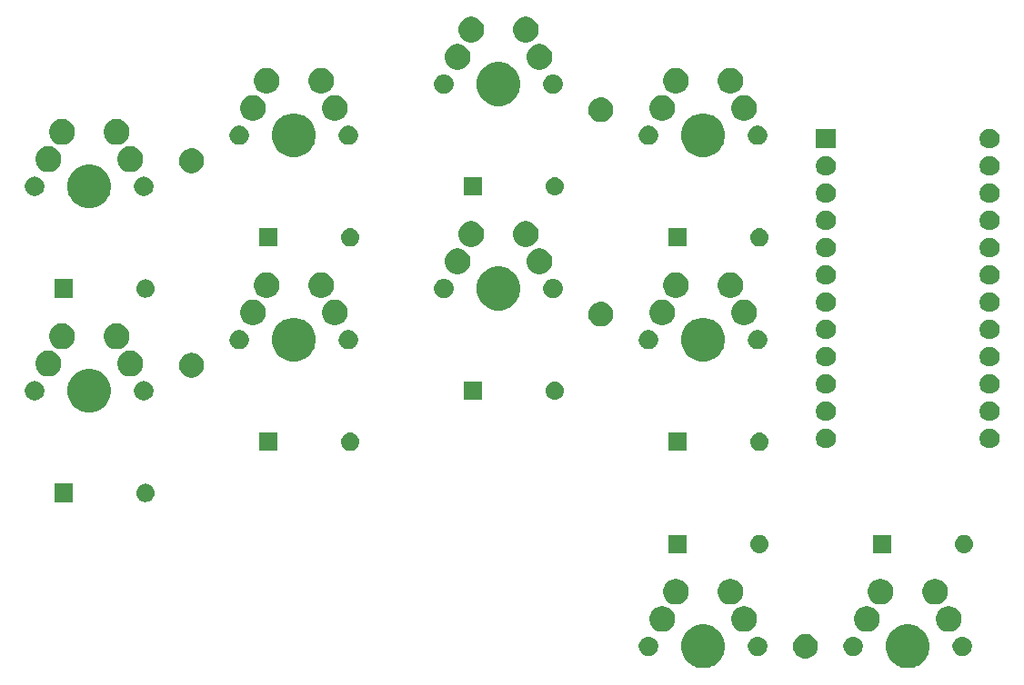
<source format=gts>
G04 #@! TF.GenerationSoftware,KiCad,Pcbnew,(5.1.0-0)*
G04 #@! TF.CreationDate,2019-07-24T22:08:00+02:00*
G04 #@! TF.ProjectId,tutorial,7475746f-7269-4616-9c2e-6b696361645f,rev?*
G04 #@! TF.SameCoordinates,Original*
G04 #@! TF.FileFunction,Soldermask,Top*
G04 #@! TF.FilePolarity,Negative*
%FSLAX46Y46*%
G04 Gerber Fmt 4.6, Leading zero omitted, Abs format (unit mm)*
G04 Created by KiCad (PCBNEW (5.1.0-0)) date 2019-07-24 22:08:00*
%MOMM*%
%LPD*%
G04 APERTURE LIST*
%ADD10C,0.100000*%
G04 APERTURE END LIST*
D10*
G36*
X152996474Y-69471184D02*
G01*
X153214474Y-69561483D01*
X153368623Y-69625333D01*
X153703548Y-69849123D01*
X153988377Y-70133952D01*
X154212167Y-70468877D01*
X154276017Y-70623026D01*
X154366316Y-70841026D01*
X154444900Y-71236094D01*
X154444900Y-71638906D01*
X154366316Y-72033974D01*
X154309467Y-72171219D01*
X154212167Y-72406123D01*
X153988377Y-72741048D01*
X153703548Y-73025877D01*
X153368623Y-73249667D01*
X153214474Y-73313517D01*
X152996474Y-73403816D01*
X152601406Y-73482400D01*
X152198594Y-73482400D01*
X151803526Y-73403816D01*
X151585526Y-73313517D01*
X151431377Y-73249667D01*
X151096452Y-73025877D01*
X150811623Y-72741048D01*
X150587833Y-72406123D01*
X150490533Y-72171219D01*
X150433684Y-72033974D01*
X150355100Y-71638906D01*
X150355100Y-71236094D01*
X150433684Y-70841026D01*
X150523983Y-70623026D01*
X150587833Y-70468877D01*
X150811623Y-70133952D01*
X151096452Y-69849123D01*
X151431377Y-69625333D01*
X151585526Y-69561483D01*
X151803526Y-69471184D01*
X152198594Y-69392600D01*
X152601406Y-69392600D01*
X152996474Y-69471184D01*
X152996474Y-69471184D01*
G37*
G36*
X133946474Y-69471184D02*
G01*
X134164474Y-69561483D01*
X134318623Y-69625333D01*
X134653548Y-69849123D01*
X134938377Y-70133952D01*
X135162167Y-70468877D01*
X135226017Y-70623026D01*
X135316316Y-70841026D01*
X135394900Y-71236094D01*
X135394900Y-71638906D01*
X135316316Y-72033974D01*
X135259467Y-72171219D01*
X135162167Y-72406123D01*
X134938377Y-72741048D01*
X134653548Y-73025877D01*
X134318623Y-73249667D01*
X134164474Y-73313517D01*
X133946474Y-73403816D01*
X133551406Y-73482400D01*
X133148594Y-73482400D01*
X132753526Y-73403816D01*
X132535526Y-73313517D01*
X132381377Y-73249667D01*
X132046452Y-73025877D01*
X131761623Y-72741048D01*
X131537833Y-72406123D01*
X131440533Y-72171219D01*
X131383684Y-72033974D01*
X131305100Y-71638906D01*
X131305100Y-71236094D01*
X131383684Y-70841026D01*
X131473983Y-70623026D01*
X131537833Y-70468877D01*
X131761623Y-70133952D01*
X132046452Y-69849123D01*
X132381377Y-69625333D01*
X132535526Y-69561483D01*
X132753526Y-69471184D01*
X133148594Y-69392600D01*
X133551406Y-69392600D01*
X133946474Y-69471184D01*
X133946474Y-69471184D01*
G37*
G36*
X143099549Y-70308616D02*
G01*
X143210734Y-70330732D01*
X143420203Y-70417497D01*
X143608720Y-70543460D01*
X143769040Y-70703780D01*
X143895003Y-70892297D01*
X143981768Y-71101766D01*
X144026000Y-71324136D01*
X144026000Y-71550864D01*
X143981768Y-71773234D01*
X143895003Y-71982703D01*
X143769040Y-72171220D01*
X143608720Y-72331540D01*
X143420203Y-72457503D01*
X143210734Y-72544268D01*
X143099549Y-72566384D01*
X142988365Y-72588500D01*
X142761635Y-72588500D01*
X142650451Y-72566384D01*
X142539266Y-72544268D01*
X142329797Y-72457503D01*
X142141280Y-72331540D01*
X141980960Y-72171220D01*
X141854997Y-71982703D01*
X141768232Y-71773234D01*
X141724000Y-71550864D01*
X141724000Y-71324136D01*
X141768232Y-71101766D01*
X141854997Y-70892297D01*
X141980960Y-70703780D01*
X142141280Y-70543460D01*
X142329797Y-70417497D01*
X142539266Y-70330732D01*
X142650451Y-70308616D01*
X142761635Y-70286500D01*
X142988365Y-70286500D01*
X143099549Y-70308616D01*
X143099549Y-70308616D01*
G37*
G36*
X128445952Y-70552930D02*
G01*
X128533075Y-70570259D01*
X128642498Y-70615584D01*
X128697211Y-70638247D01*
X128795288Y-70703780D01*
X128844928Y-70736948D01*
X128970552Y-70862572D01*
X128970554Y-70862575D01*
X129069253Y-71010289D01*
X129069253Y-71010290D01*
X129137241Y-71174425D01*
X129171900Y-71348671D01*
X129171900Y-71526329D01*
X129137241Y-71700575D01*
X129107144Y-71773234D01*
X129069253Y-71864711D01*
X128971217Y-72011433D01*
X128970552Y-72012428D01*
X128844928Y-72138052D01*
X128844925Y-72138054D01*
X128697211Y-72236753D01*
X128642498Y-72259416D01*
X128533075Y-72304741D01*
X128445952Y-72322071D01*
X128358831Y-72339400D01*
X128181169Y-72339400D01*
X128094048Y-72322071D01*
X128006925Y-72304741D01*
X127897502Y-72259416D01*
X127842789Y-72236753D01*
X127695075Y-72138054D01*
X127695072Y-72138052D01*
X127569448Y-72012428D01*
X127568783Y-72011433D01*
X127470747Y-71864711D01*
X127432856Y-71773234D01*
X127402759Y-71700575D01*
X127368100Y-71526329D01*
X127368100Y-71348671D01*
X127402759Y-71174425D01*
X127470747Y-71010290D01*
X127470747Y-71010289D01*
X127569446Y-70862575D01*
X127569448Y-70862572D01*
X127695072Y-70736948D01*
X127744712Y-70703780D01*
X127842789Y-70638247D01*
X127897502Y-70615584D01*
X128006925Y-70570259D01*
X128094048Y-70552930D01*
X128181169Y-70535600D01*
X128358831Y-70535600D01*
X128445952Y-70552930D01*
X128445952Y-70552930D01*
G37*
G36*
X138605952Y-70552930D02*
G01*
X138693075Y-70570259D01*
X138802498Y-70615584D01*
X138857211Y-70638247D01*
X138955288Y-70703780D01*
X139004928Y-70736948D01*
X139130552Y-70862572D01*
X139130554Y-70862575D01*
X139229253Y-71010289D01*
X139229253Y-71010290D01*
X139297241Y-71174425D01*
X139331900Y-71348671D01*
X139331900Y-71526329D01*
X139297241Y-71700575D01*
X139267144Y-71773234D01*
X139229253Y-71864711D01*
X139131217Y-72011433D01*
X139130552Y-72012428D01*
X139004928Y-72138052D01*
X139004925Y-72138054D01*
X138857211Y-72236753D01*
X138802498Y-72259416D01*
X138693075Y-72304741D01*
X138605952Y-72322071D01*
X138518831Y-72339400D01*
X138341169Y-72339400D01*
X138254048Y-72322071D01*
X138166925Y-72304741D01*
X138057502Y-72259416D01*
X138002789Y-72236753D01*
X137855075Y-72138054D01*
X137855072Y-72138052D01*
X137729448Y-72012428D01*
X137728783Y-72011433D01*
X137630747Y-71864711D01*
X137592856Y-71773234D01*
X137562759Y-71700575D01*
X137528100Y-71526329D01*
X137528100Y-71348671D01*
X137562759Y-71174425D01*
X137630747Y-71010290D01*
X137630747Y-71010289D01*
X137729446Y-70862575D01*
X137729448Y-70862572D01*
X137855072Y-70736948D01*
X137904712Y-70703780D01*
X138002789Y-70638247D01*
X138057502Y-70615584D01*
X138166925Y-70570259D01*
X138254048Y-70552930D01*
X138341169Y-70535600D01*
X138518831Y-70535600D01*
X138605952Y-70552930D01*
X138605952Y-70552930D01*
G37*
G36*
X157655952Y-70552930D02*
G01*
X157743075Y-70570259D01*
X157852498Y-70615584D01*
X157907211Y-70638247D01*
X158005288Y-70703780D01*
X158054928Y-70736948D01*
X158180552Y-70862572D01*
X158180554Y-70862575D01*
X158279253Y-71010289D01*
X158279253Y-71010290D01*
X158347241Y-71174425D01*
X158381900Y-71348671D01*
X158381900Y-71526329D01*
X158347241Y-71700575D01*
X158317144Y-71773234D01*
X158279253Y-71864711D01*
X158181217Y-72011433D01*
X158180552Y-72012428D01*
X158054928Y-72138052D01*
X158054925Y-72138054D01*
X157907211Y-72236753D01*
X157852498Y-72259416D01*
X157743075Y-72304741D01*
X157655952Y-72322071D01*
X157568831Y-72339400D01*
X157391169Y-72339400D01*
X157304048Y-72322071D01*
X157216925Y-72304741D01*
X157107502Y-72259416D01*
X157052789Y-72236753D01*
X156905075Y-72138054D01*
X156905072Y-72138052D01*
X156779448Y-72012428D01*
X156778783Y-72011433D01*
X156680747Y-71864711D01*
X156642856Y-71773234D01*
X156612759Y-71700575D01*
X156578100Y-71526329D01*
X156578100Y-71348671D01*
X156612759Y-71174425D01*
X156680747Y-71010290D01*
X156680747Y-71010289D01*
X156779446Y-70862575D01*
X156779448Y-70862572D01*
X156905072Y-70736948D01*
X156954712Y-70703780D01*
X157052789Y-70638247D01*
X157107502Y-70615584D01*
X157216925Y-70570259D01*
X157304048Y-70552930D01*
X157391169Y-70535600D01*
X157568831Y-70535600D01*
X157655952Y-70552930D01*
X157655952Y-70552930D01*
G37*
G36*
X147495952Y-70552930D02*
G01*
X147583075Y-70570259D01*
X147692498Y-70615584D01*
X147747211Y-70638247D01*
X147845288Y-70703780D01*
X147894928Y-70736948D01*
X148020552Y-70862572D01*
X148020554Y-70862575D01*
X148119253Y-71010289D01*
X148119253Y-71010290D01*
X148187241Y-71174425D01*
X148221900Y-71348671D01*
X148221900Y-71526329D01*
X148187241Y-71700575D01*
X148157144Y-71773234D01*
X148119253Y-71864711D01*
X148021217Y-72011433D01*
X148020552Y-72012428D01*
X147894928Y-72138052D01*
X147894925Y-72138054D01*
X147747211Y-72236753D01*
X147692498Y-72259416D01*
X147583075Y-72304741D01*
X147495952Y-72322071D01*
X147408831Y-72339400D01*
X147231169Y-72339400D01*
X147144048Y-72322071D01*
X147056925Y-72304741D01*
X146947502Y-72259416D01*
X146892789Y-72236753D01*
X146745075Y-72138054D01*
X146745072Y-72138052D01*
X146619448Y-72012428D01*
X146618783Y-72011433D01*
X146520747Y-71864711D01*
X146482856Y-71773234D01*
X146452759Y-71700575D01*
X146418100Y-71526329D01*
X146418100Y-71348671D01*
X146452759Y-71174425D01*
X146520747Y-71010290D01*
X146520747Y-71010289D01*
X146619446Y-70862575D01*
X146619448Y-70862572D01*
X146745072Y-70736948D01*
X146794712Y-70703780D01*
X146892789Y-70638247D01*
X146947502Y-70615584D01*
X147056925Y-70570259D01*
X147144048Y-70552930D01*
X147231169Y-70535600D01*
X147408831Y-70535600D01*
X147495952Y-70552930D01*
X147495952Y-70552930D01*
G37*
G36*
X156558276Y-67749384D02*
G01*
X156775569Y-67839390D01*
X156775571Y-67839391D01*
X156971130Y-67970060D01*
X157137440Y-68136370D01*
X157268110Y-68331931D01*
X157358116Y-68549224D01*
X157404000Y-68779900D01*
X157404000Y-69015100D01*
X157358116Y-69245776D01*
X157297299Y-69392600D01*
X157268109Y-69463071D01*
X157137440Y-69658630D01*
X156971130Y-69824940D01*
X156775571Y-69955609D01*
X156775570Y-69955610D01*
X156775569Y-69955610D01*
X156558276Y-70045616D01*
X156327600Y-70091500D01*
X156092400Y-70091500D01*
X155861724Y-70045616D01*
X155644431Y-69955610D01*
X155644430Y-69955610D01*
X155644429Y-69955609D01*
X155448870Y-69824940D01*
X155282560Y-69658630D01*
X155151891Y-69463071D01*
X155122701Y-69392600D01*
X155061884Y-69245776D01*
X155016000Y-69015100D01*
X155016000Y-68779900D01*
X155061884Y-68549224D01*
X155151890Y-68331931D01*
X155282560Y-68136370D01*
X155448870Y-67970060D01*
X155644429Y-67839391D01*
X155644431Y-67839390D01*
X155861724Y-67749384D01*
X156092400Y-67703500D01*
X156327600Y-67703500D01*
X156558276Y-67749384D01*
X156558276Y-67749384D01*
G37*
G36*
X148938276Y-67749384D02*
G01*
X149155569Y-67839390D01*
X149155571Y-67839391D01*
X149351130Y-67970060D01*
X149517440Y-68136370D01*
X149648110Y-68331931D01*
X149738116Y-68549224D01*
X149784000Y-68779900D01*
X149784000Y-69015100D01*
X149738116Y-69245776D01*
X149677299Y-69392600D01*
X149648109Y-69463071D01*
X149517440Y-69658630D01*
X149351130Y-69824940D01*
X149155571Y-69955609D01*
X149155570Y-69955610D01*
X149155569Y-69955610D01*
X148938276Y-70045616D01*
X148707600Y-70091500D01*
X148472400Y-70091500D01*
X148241724Y-70045616D01*
X148024431Y-69955610D01*
X148024430Y-69955610D01*
X148024429Y-69955609D01*
X147828870Y-69824940D01*
X147662560Y-69658630D01*
X147531891Y-69463071D01*
X147502701Y-69392600D01*
X147441884Y-69245776D01*
X147396000Y-69015100D01*
X147396000Y-68779900D01*
X147441884Y-68549224D01*
X147531890Y-68331931D01*
X147662560Y-68136370D01*
X147828870Y-67970060D01*
X148024429Y-67839391D01*
X148024431Y-67839390D01*
X148241724Y-67749384D01*
X148472400Y-67703500D01*
X148707600Y-67703500D01*
X148938276Y-67749384D01*
X148938276Y-67749384D01*
G37*
G36*
X137508276Y-67749384D02*
G01*
X137725569Y-67839390D01*
X137725571Y-67839391D01*
X137921130Y-67970060D01*
X138087440Y-68136370D01*
X138218110Y-68331931D01*
X138308116Y-68549224D01*
X138354000Y-68779900D01*
X138354000Y-69015100D01*
X138308116Y-69245776D01*
X138247299Y-69392600D01*
X138218109Y-69463071D01*
X138087440Y-69658630D01*
X137921130Y-69824940D01*
X137725571Y-69955609D01*
X137725570Y-69955610D01*
X137725569Y-69955610D01*
X137508276Y-70045616D01*
X137277600Y-70091500D01*
X137042400Y-70091500D01*
X136811724Y-70045616D01*
X136594431Y-69955610D01*
X136594430Y-69955610D01*
X136594429Y-69955609D01*
X136398870Y-69824940D01*
X136232560Y-69658630D01*
X136101891Y-69463071D01*
X136072701Y-69392600D01*
X136011884Y-69245776D01*
X135966000Y-69015100D01*
X135966000Y-68779900D01*
X136011884Y-68549224D01*
X136101890Y-68331931D01*
X136232560Y-68136370D01*
X136398870Y-67970060D01*
X136594429Y-67839391D01*
X136594431Y-67839390D01*
X136811724Y-67749384D01*
X137042400Y-67703500D01*
X137277600Y-67703500D01*
X137508276Y-67749384D01*
X137508276Y-67749384D01*
G37*
G36*
X129888276Y-67749384D02*
G01*
X130105569Y-67839390D01*
X130105571Y-67839391D01*
X130301130Y-67970060D01*
X130467440Y-68136370D01*
X130598110Y-68331931D01*
X130688116Y-68549224D01*
X130734000Y-68779900D01*
X130734000Y-69015100D01*
X130688116Y-69245776D01*
X130627299Y-69392600D01*
X130598109Y-69463071D01*
X130467440Y-69658630D01*
X130301130Y-69824940D01*
X130105571Y-69955609D01*
X130105570Y-69955610D01*
X130105569Y-69955610D01*
X129888276Y-70045616D01*
X129657600Y-70091500D01*
X129422400Y-70091500D01*
X129191724Y-70045616D01*
X128974431Y-69955610D01*
X128974430Y-69955610D01*
X128974429Y-69955609D01*
X128778870Y-69824940D01*
X128612560Y-69658630D01*
X128481891Y-69463071D01*
X128452701Y-69392600D01*
X128391884Y-69245776D01*
X128346000Y-69015100D01*
X128346000Y-68779900D01*
X128391884Y-68549224D01*
X128481890Y-68331931D01*
X128612560Y-68136370D01*
X128778870Y-67970060D01*
X128974429Y-67839391D01*
X128974431Y-67839390D01*
X129191724Y-67749384D01*
X129422400Y-67703500D01*
X129657600Y-67703500D01*
X129888276Y-67749384D01*
X129888276Y-67749384D01*
G37*
G36*
X155288276Y-65209384D02*
G01*
X155505569Y-65299390D01*
X155505571Y-65299391D01*
X155701130Y-65430060D01*
X155867440Y-65596370D01*
X155998110Y-65791931D01*
X156088116Y-66009224D01*
X156134000Y-66239900D01*
X156134000Y-66475100D01*
X156088116Y-66705776D01*
X155998110Y-66923069D01*
X155998109Y-66923071D01*
X155867440Y-67118630D01*
X155701130Y-67284940D01*
X155505571Y-67415609D01*
X155505570Y-67415610D01*
X155505569Y-67415610D01*
X155288276Y-67505616D01*
X155057600Y-67551500D01*
X154822400Y-67551500D01*
X154591724Y-67505616D01*
X154374431Y-67415610D01*
X154374430Y-67415610D01*
X154374429Y-67415609D01*
X154178870Y-67284940D01*
X154012560Y-67118630D01*
X153881891Y-66923071D01*
X153881890Y-66923069D01*
X153791884Y-66705776D01*
X153746000Y-66475100D01*
X153746000Y-66239900D01*
X153791884Y-66009224D01*
X153881890Y-65791931D01*
X154012560Y-65596370D01*
X154178870Y-65430060D01*
X154374429Y-65299391D01*
X154374431Y-65299390D01*
X154591724Y-65209384D01*
X154822400Y-65163500D01*
X155057600Y-65163500D01*
X155288276Y-65209384D01*
X155288276Y-65209384D01*
G37*
G36*
X131158276Y-65209384D02*
G01*
X131375569Y-65299390D01*
X131375571Y-65299391D01*
X131571130Y-65430060D01*
X131737440Y-65596370D01*
X131868110Y-65791931D01*
X131958116Y-66009224D01*
X132004000Y-66239900D01*
X132004000Y-66475100D01*
X131958116Y-66705776D01*
X131868110Y-66923069D01*
X131868109Y-66923071D01*
X131737440Y-67118630D01*
X131571130Y-67284940D01*
X131375571Y-67415609D01*
X131375570Y-67415610D01*
X131375569Y-67415610D01*
X131158276Y-67505616D01*
X130927600Y-67551500D01*
X130692400Y-67551500D01*
X130461724Y-67505616D01*
X130244431Y-67415610D01*
X130244430Y-67415610D01*
X130244429Y-67415609D01*
X130048870Y-67284940D01*
X129882560Y-67118630D01*
X129751891Y-66923071D01*
X129751890Y-66923069D01*
X129661884Y-66705776D01*
X129616000Y-66475100D01*
X129616000Y-66239900D01*
X129661884Y-66009224D01*
X129751890Y-65791931D01*
X129882560Y-65596370D01*
X130048870Y-65430060D01*
X130244429Y-65299391D01*
X130244431Y-65299390D01*
X130461724Y-65209384D01*
X130692400Y-65163500D01*
X130927600Y-65163500D01*
X131158276Y-65209384D01*
X131158276Y-65209384D01*
G37*
G36*
X136238276Y-65209384D02*
G01*
X136455569Y-65299390D01*
X136455571Y-65299391D01*
X136651130Y-65430060D01*
X136817440Y-65596370D01*
X136948110Y-65791931D01*
X137038116Y-66009224D01*
X137084000Y-66239900D01*
X137084000Y-66475100D01*
X137038116Y-66705776D01*
X136948110Y-66923069D01*
X136948109Y-66923071D01*
X136817440Y-67118630D01*
X136651130Y-67284940D01*
X136455571Y-67415609D01*
X136455570Y-67415610D01*
X136455569Y-67415610D01*
X136238276Y-67505616D01*
X136007600Y-67551500D01*
X135772400Y-67551500D01*
X135541724Y-67505616D01*
X135324431Y-67415610D01*
X135324430Y-67415610D01*
X135324429Y-67415609D01*
X135128870Y-67284940D01*
X134962560Y-67118630D01*
X134831891Y-66923071D01*
X134831890Y-66923069D01*
X134741884Y-66705776D01*
X134696000Y-66475100D01*
X134696000Y-66239900D01*
X134741884Y-66009224D01*
X134831890Y-65791931D01*
X134962560Y-65596370D01*
X135128870Y-65430060D01*
X135324429Y-65299391D01*
X135324431Y-65299390D01*
X135541724Y-65209384D01*
X135772400Y-65163500D01*
X136007600Y-65163500D01*
X136238276Y-65209384D01*
X136238276Y-65209384D01*
G37*
G36*
X150208276Y-65209384D02*
G01*
X150425569Y-65299390D01*
X150425571Y-65299391D01*
X150621130Y-65430060D01*
X150787440Y-65596370D01*
X150918110Y-65791931D01*
X151008116Y-66009224D01*
X151054000Y-66239900D01*
X151054000Y-66475100D01*
X151008116Y-66705776D01*
X150918110Y-66923069D01*
X150918109Y-66923071D01*
X150787440Y-67118630D01*
X150621130Y-67284940D01*
X150425571Y-67415609D01*
X150425570Y-67415610D01*
X150425569Y-67415610D01*
X150208276Y-67505616D01*
X149977600Y-67551500D01*
X149742400Y-67551500D01*
X149511724Y-67505616D01*
X149294431Y-67415610D01*
X149294430Y-67415610D01*
X149294429Y-67415609D01*
X149098870Y-67284940D01*
X148932560Y-67118630D01*
X148801891Y-66923071D01*
X148801890Y-66923069D01*
X148711884Y-66705776D01*
X148666000Y-66475100D01*
X148666000Y-66239900D01*
X148711884Y-66009224D01*
X148801890Y-65791931D01*
X148932560Y-65596370D01*
X149098870Y-65430060D01*
X149294429Y-65299391D01*
X149294431Y-65299390D01*
X149511724Y-65209384D01*
X149742400Y-65163500D01*
X149977600Y-65163500D01*
X150208276Y-65209384D01*
X150208276Y-65209384D01*
G37*
G36*
X157805573Y-61073813D02*
G01*
X157965992Y-61122476D01*
X158098656Y-61193386D01*
X158113828Y-61201496D01*
X158243409Y-61307841D01*
X158349754Y-61437422D01*
X158349755Y-61437424D01*
X158428774Y-61585258D01*
X158477437Y-61745677D01*
X158493867Y-61912500D01*
X158477437Y-62079323D01*
X158428774Y-62239742D01*
X158357864Y-62372406D01*
X158349754Y-62387578D01*
X158243409Y-62517159D01*
X158113828Y-62623504D01*
X158113826Y-62623505D01*
X157965992Y-62702524D01*
X157805573Y-62751187D01*
X157680554Y-62763500D01*
X157596946Y-62763500D01*
X157471927Y-62751187D01*
X157311508Y-62702524D01*
X157163674Y-62623505D01*
X157163672Y-62623504D01*
X157034091Y-62517159D01*
X156927746Y-62387578D01*
X156919636Y-62372406D01*
X156848726Y-62239742D01*
X156800063Y-62079323D01*
X156783633Y-61912500D01*
X156800063Y-61745677D01*
X156848726Y-61585258D01*
X156927745Y-61437424D01*
X156927746Y-61437422D01*
X157034091Y-61307841D01*
X157163672Y-61201496D01*
X157178844Y-61193386D01*
X157311508Y-61122476D01*
X157471927Y-61073813D01*
X157596946Y-61061500D01*
X157680554Y-61061500D01*
X157805573Y-61073813D01*
X157805573Y-61073813D01*
G37*
G36*
X131819750Y-62763500D02*
G01*
X130117750Y-62763500D01*
X130117750Y-61061500D01*
X131819750Y-61061500D01*
X131819750Y-62763500D01*
X131819750Y-62763500D01*
G37*
G36*
X150869750Y-62763500D02*
G01*
X149167750Y-62763500D01*
X149167750Y-61061500D01*
X150869750Y-61061500D01*
X150869750Y-62763500D01*
X150869750Y-62763500D01*
G37*
G36*
X138755573Y-61073813D02*
G01*
X138915992Y-61122476D01*
X139048656Y-61193386D01*
X139063828Y-61201496D01*
X139193409Y-61307841D01*
X139299754Y-61437422D01*
X139299755Y-61437424D01*
X139378774Y-61585258D01*
X139427437Y-61745677D01*
X139443867Y-61912500D01*
X139427437Y-62079323D01*
X139378774Y-62239742D01*
X139307864Y-62372406D01*
X139299754Y-62387578D01*
X139193409Y-62517159D01*
X139063828Y-62623504D01*
X139063826Y-62623505D01*
X138915992Y-62702524D01*
X138755573Y-62751187D01*
X138630554Y-62763500D01*
X138546946Y-62763500D01*
X138421927Y-62751187D01*
X138261508Y-62702524D01*
X138113674Y-62623505D01*
X138113672Y-62623504D01*
X137984091Y-62517159D01*
X137877746Y-62387578D01*
X137869636Y-62372406D01*
X137798726Y-62239742D01*
X137750063Y-62079323D01*
X137733633Y-61912500D01*
X137750063Y-61745677D01*
X137798726Y-61585258D01*
X137877745Y-61437424D01*
X137877746Y-61437422D01*
X137984091Y-61307841D01*
X138113672Y-61201496D01*
X138128844Y-61193386D01*
X138261508Y-61122476D01*
X138421927Y-61073813D01*
X138546946Y-61061500D01*
X138630554Y-61061500D01*
X138755573Y-61073813D01*
X138755573Y-61073813D01*
G37*
G36*
X74669750Y-58001000D02*
G01*
X72967750Y-58001000D01*
X72967750Y-56299000D01*
X74669750Y-56299000D01*
X74669750Y-58001000D01*
X74669750Y-58001000D01*
G37*
G36*
X81605573Y-56311313D02*
G01*
X81765992Y-56359976D01*
X81898656Y-56430886D01*
X81913828Y-56438996D01*
X82043409Y-56545341D01*
X82149754Y-56674922D01*
X82149755Y-56674924D01*
X82228774Y-56822758D01*
X82277437Y-56983177D01*
X82293867Y-57150000D01*
X82277437Y-57316823D01*
X82228774Y-57477242D01*
X82157864Y-57609906D01*
X82149754Y-57625078D01*
X82043409Y-57754659D01*
X81913828Y-57861004D01*
X81913826Y-57861005D01*
X81765992Y-57940024D01*
X81605573Y-57988687D01*
X81480554Y-58001000D01*
X81396946Y-58001000D01*
X81271927Y-57988687D01*
X81111508Y-57940024D01*
X80963674Y-57861005D01*
X80963672Y-57861004D01*
X80834091Y-57754659D01*
X80727746Y-57625078D01*
X80719636Y-57609906D01*
X80648726Y-57477242D01*
X80600063Y-57316823D01*
X80583633Y-57150000D01*
X80600063Y-56983177D01*
X80648726Y-56822758D01*
X80727745Y-56674924D01*
X80727746Y-56674922D01*
X80834091Y-56545341D01*
X80963672Y-56438996D01*
X80978844Y-56430886D01*
X81111508Y-56359976D01*
X81271927Y-56311313D01*
X81396946Y-56299000D01*
X81480554Y-56299000D01*
X81605573Y-56311313D01*
X81605573Y-56311313D01*
G37*
G36*
X93719750Y-53238500D02*
G01*
X92017750Y-53238500D01*
X92017750Y-51536500D01*
X93719750Y-51536500D01*
X93719750Y-53238500D01*
X93719750Y-53238500D01*
G37*
G36*
X100655573Y-51548813D02*
G01*
X100815992Y-51597476D01*
X100948656Y-51668386D01*
X100963828Y-51676496D01*
X101093409Y-51782841D01*
X101199754Y-51912422D01*
X101199755Y-51912424D01*
X101278774Y-52060258D01*
X101327437Y-52220677D01*
X101343867Y-52387500D01*
X101327437Y-52554323D01*
X101278774Y-52714742D01*
X101238397Y-52790282D01*
X101199754Y-52862578D01*
X101093409Y-52992159D01*
X100963828Y-53098504D01*
X100963826Y-53098505D01*
X100815992Y-53177524D01*
X100655573Y-53226187D01*
X100530554Y-53238500D01*
X100446946Y-53238500D01*
X100321927Y-53226187D01*
X100161508Y-53177524D01*
X100013674Y-53098505D01*
X100013672Y-53098504D01*
X99884091Y-52992159D01*
X99777746Y-52862578D01*
X99739103Y-52790282D01*
X99698726Y-52714742D01*
X99650063Y-52554323D01*
X99633633Y-52387500D01*
X99650063Y-52220677D01*
X99698726Y-52060258D01*
X99777745Y-51912424D01*
X99777746Y-51912422D01*
X99884091Y-51782841D01*
X100013672Y-51676496D01*
X100028844Y-51668386D01*
X100161508Y-51597476D01*
X100321927Y-51548813D01*
X100446946Y-51536500D01*
X100530554Y-51536500D01*
X100655573Y-51548813D01*
X100655573Y-51548813D01*
G37*
G36*
X131819750Y-53238500D02*
G01*
X130117750Y-53238500D01*
X130117750Y-51536500D01*
X131819750Y-51536500D01*
X131819750Y-53238500D01*
X131819750Y-53238500D01*
G37*
G36*
X138755573Y-51548813D02*
G01*
X138915992Y-51597476D01*
X139048656Y-51668386D01*
X139063828Y-51676496D01*
X139193409Y-51782841D01*
X139299754Y-51912422D01*
X139299755Y-51912424D01*
X139378774Y-52060258D01*
X139427437Y-52220677D01*
X139443867Y-52387500D01*
X139427437Y-52554323D01*
X139378774Y-52714742D01*
X139338397Y-52790282D01*
X139299754Y-52862578D01*
X139193409Y-52992159D01*
X139063828Y-53098504D01*
X139063826Y-53098505D01*
X138915992Y-53177524D01*
X138755573Y-53226187D01*
X138630554Y-53238500D01*
X138546946Y-53238500D01*
X138421927Y-53226187D01*
X138261508Y-53177524D01*
X138113674Y-53098505D01*
X138113672Y-53098504D01*
X137984091Y-52992159D01*
X137877746Y-52862578D01*
X137839103Y-52790282D01*
X137798726Y-52714742D01*
X137750063Y-52554323D01*
X137733633Y-52387500D01*
X137750063Y-52220677D01*
X137798726Y-52060258D01*
X137877745Y-51912424D01*
X137877746Y-51912422D01*
X137984091Y-51782841D01*
X138113672Y-51676496D01*
X138128844Y-51668386D01*
X138261508Y-51597476D01*
X138421927Y-51548813D01*
X138546946Y-51536500D01*
X138630554Y-51536500D01*
X138755573Y-51548813D01*
X138755573Y-51548813D01*
G37*
G36*
X145050483Y-51178335D02*
G01*
X145219240Y-51248236D01*
X145371118Y-51349718D01*
X145500282Y-51478882D01*
X145601764Y-51630760D01*
X145671665Y-51799517D01*
X145707300Y-51978668D01*
X145707300Y-52161332D01*
X145671665Y-52340483D01*
X145601764Y-52509240D01*
X145500282Y-52661118D01*
X145371118Y-52790282D01*
X145219240Y-52891764D01*
X145050483Y-52961665D01*
X144871332Y-52997300D01*
X144688668Y-52997300D01*
X144509517Y-52961665D01*
X144340760Y-52891764D01*
X144188882Y-52790282D01*
X144059718Y-52661118D01*
X143958236Y-52509240D01*
X143888335Y-52340483D01*
X143852700Y-52161332D01*
X143852700Y-51978668D01*
X143888335Y-51799517D01*
X143958236Y-51630760D01*
X144059718Y-51478882D01*
X144188882Y-51349718D01*
X144340760Y-51248236D01*
X144509517Y-51178335D01*
X144688668Y-51142700D01*
X144871332Y-51142700D01*
X145050483Y-51178335D01*
X145050483Y-51178335D01*
G37*
G36*
X160290483Y-51178335D02*
G01*
X160459240Y-51248236D01*
X160611118Y-51349718D01*
X160740282Y-51478882D01*
X160841764Y-51630760D01*
X160911665Y-51799517D01*
X160947300Y-51978668D01*
X160947300Y-52161332D01*
X160911665Y-52340483D01*
X160841764Y-52509240D01*
X160740282Y-52661118D01*
X160611118Y-52790282D01*
X160459240Y-52891764D01*
X160290483Y-52961665D01*
X160111332Y-52997300D01*
X159928668Y-52997300D01*
X159749517Y-52961665D01*
X159580760Y-52891764D01*
X159428882Y-52790282D01*
X159299718Y-52661118D01*
X159198236Y-52509240D01*
X159128335Y-52340483D01*
X159092700Y-52161332D01*
X159092700Y-51978668D01*
X159128335Y-51799517D01*
X159198236Y-51630760D01*
X159299718Y-51478882D01*
X159428882Y-51349718D01*
X159580760Y-51248236D01*
X159749517Y-51178335D01*
X159928668Y-51142700D01*
X160111332Y-51142700D01*
X160290483Y-51178335D01*
X160290483Y-51178335D01*
G37*
G36*
X145050483Y-48638335D02*
G01*
X145219240Y-48708236D01*
X145371118Y-48809718D01*
X145500282Y-48938882D01*
X145601764Y-49090760D01*
X145671665Y-49259517D01*
X145707300Y-49438668D01*
X145707300Y-49621332D01*
X145671665Y-49800483D01*
X145601764Y-49969240D01*
X145500282Y-50121118D01*
X145371118Y-50250282D01*
X145219240Y-50351764D01*
X145050483Y-50421665D01*
X144871332Y-50457300D01*
X144688668Y-50457300D01*
X144509517Y-50421665D01*
X144340760Y-50351764D01*
X144188882Y-50250282D01*
X144059718Y-50121118D01*
X143958236Y-49969240D01*
X143888335Y-49800483D01*
X143852700Y-49621332D01*
X143852700Y-49438668D01*
X143888335Y-49259517D01*
X143958236Y-49090760D01*
X144059718Y-48938882D01*
X144188882Y-48809718D01*
X144340760Y-48708236D01*
X144509517Y-48638335D01*
X144688668Y-48602700D01*
X144871332Y-48602700D01*
X145050483Y-48638335D01*
X145050483Y-48638335D01*
G37*
G36*
X160290483Y-48638335D02*
G01*
X160459240Y-48708236D01*
X160611118Y-48809718D01*
X160740282Y-48938882D01*
X160841764Y-49090760D01*
X160911665Y-49259517D01*
X160947300Y-49438668D01*
X160947300Y-49621332D01*
X160911665Y-49800483D01*
X160841764Y-49969240D01*
X160740282Y-50121118D01*
X160611118Y-50250282D01*
X160459240Y-50351764D01*
X160290483Y-50421665D01*
X160111332Y-50457300D01*
X159928668Y-50457300D01*
X159749517Y-50421665D01*
X159580760Y-50351764D01*
X159428882Y-50250282D01*
X159299718Y-50121118D01*
X159198236Y-49969240D01*
X159128335Y-49800483D01*
X159092700Y-49621332D01*
X159092700Y-49438668D01*
X159128335Y-49259517D01*
X159198236Y-49090760D01*
X159299718Y-48938882D01*
X159428882Y-48809718D01*
X159580760Y-48708236D01*
X159749517Y-48638335D01*
X159928668Y-48602700D01*
X160111332Y-48602700D01*
X160290483Y-48638335D01*
X160290483Y-48638335D01*
G37*
G36*
X76796474Y-45658684D02*
G01*
X77014474Y-45748983D01*
X77168623Y-45812833D01*
X77503548Y-46036623D01*
X77788377Y-46321452D01*
X78012167Y-46656377D01*
X78060888Y-46774000D01*
X78166316Y-47028526D01*
X78244900Y-47423594D01*
X78244900Y-47826406D01*
X78166316Y-48221474D01*
X78086145Y-48415024D01*
X78012167Y-48593623D01*
X77788377Y-48928548D01*
X77503548Y-49213377D01*
X77168623Y-49437167D01*
X77014474Y-49501017D01*
X76796474Y-49591316D01*
X76401406Y-49669900D01*
X75998594Y-49669900D01*
X75603526Y-49591316D01*
X75385526Y-49501017D01*
X75231377Y-49437167D01*
X74896452Y-49213377D01*
X74611623Y-48928548D01*
X74387833Y-48593623D01*
X74313855Y-48415024D01*
X74233684Y-48221474D01*
X74155100Y-47826406D01*
X74155100Y-47423594D01*
X74233684Y-47028526D01*
X74339112Y-46774000D01*
X74387833Y-46656377D01*
X74611623Y-46321452D01*
X74896452Y-46036623D01*
X75231377Y-45812833D01*
X75385526Y-45748983D01*
X75603526Y-45658684D01*
X75998594Y-45580100D01*
X76401406Y-45580100D01*
X76796474Y-45658684D01*
X76796474Y-45658684D01*
G37*
G36*
X71295952Y-46740429D02*
G01*
X71383075Y-46757759D01*
X71492498Y-46803084D01*
X71547211Y-46825747D01*
X71656345Y-46898668D01*
X71694928Y-46924448D01*
X71820552Y-47050072D01*
X71820554Y-47050075D01*
X71919253Y-47197789D01*
X71919253Y-47197790D01*
X71987241Y-47361925D01*
X72021900Y-47536171D01*
X72021900Y-47713829D01*
X71987241Y-47888075D01*
X71941916Y-47997498D01*
X71919253Y-48052211D01*
X71887269Y-48100078D01*
X71820552Y-48199928D01*
X71694928Y-48325552D01*
X71694925Y-48325554D01*
X71547211Y-48424253D01*
X71492498Y-48446916D01*
X71383075Y-48492241D01*
X71295952Y-48509571D01*
X71208831Y-48526900D01*
X71031169Y-48526900D01*
X70944048Y-48509570D01*
X70856925Y-48492241D01*
X70747502Y-48446916D01*
X70692789Y-48424253D01*
X70545075Y-48325554D01*
X70545072Y-48325552D01*
X70419448Y-48199928D01*
X70352731Y-48100078D01*
X70320747Y-48052211D01*
X70298084Y-47997498D01*
X70252759Y-47888075D01*
X70218100Y-47713829D01*
X70218100Y-47536171D01*
X70252759Y-47361925D01*
X70320747Y-47197790D01*
X70320747Y-47197789D01*
X70419446Y-47050075D01*
X70419448Y-47050072D01*
X70545072Y-46924448D01*
X70583655Y-46898668D01*
X70692789Y-46825747D01*
X70747502Y-46803084D01*
X70856925Y-46757759D01*
X70944048Y-46740429D01*
X71031169Y-46723100D01*
X71208831Y-46723100D01*
X71295952Y-46740429D01*
X71295952Y-46740429D01*
G37*
G36*
X81455952Y-46740429D02*
G01*
X81543075Y-46757759D01*
X81652498Y-46803084D01*
X81707211Y-46825747D01*
X81816345Y-46898668D01*
X81854928Y-46924448D01*
X81980552Y-47050072D01*
X81980554Y-47050075D01*
X82079253Y-47197789D01*
X82079253Y-47197790D01*
X82147241Y-47361925D01*
X82181900Y-47536171D01*
X82181900Y-47713829D01*
X82147241Y-47888075D01*
X82101916Y-47997498D01*
X82079253Y-48052211D01*
X82047269Y-48100078D01*
X81980552Y-48199928D01*
X81854928Y-48325552D01*
X81854925Y-48325554D01*
X81707211Y-48424253D01*
X81652498Y-48446916D01*
X81543075Y-48492241D01*
X81455952Y-48509571D01*
X81368831Y-48526900D01*
X81191169Y-48526900D01*
X81104048Y-48509570D01*
X81016925Y-48492241D01*
X80907502Y-48446916D01*
X80852789Y-48424253D01*
X80705075Y-48325554D01*
X80705072Y-48325552D01*
X80579448Y-48199928D01*
X80512731Y-48100078D01*
X80480747Y-48052211D01*
X80458084Y-47997498D01*
X80412759Y-47888075D01*
X80378100Y-47713829D01*
X80378100Y-47536171D01*
X80412759Y-47361925D01*
X80480747Y-47197790D01*
X80480747Y-47197789D01*
X80579446Y-47050075D01*
X80579448Y-47050072D01*
X80705072Y-46924448D01*
X80743655Y-46898668D01*
X80852789Y-46825747D01*
X80907502Y-46803084D01*
X81016925Y-46757759D01*
X81104048Y-46740429D01*
X81191169Y-46723100D01*
X81368831Y-46723100D01*
X81455952Y-46740429D01*
X81455952Y-46740429D01*
G37*
G36*
X112769750Y-48476000D02*
G01*
X111067750Y-48476000D01*
X111067750Y-46774000D01*
X112769750Y-46774000D01*
X112769750Y-48476000D01*
X112769750Y-48476000D01*
G37*
G36*
X119705573Y-46786313D02*
G01*
X119865992Y-46834976D01*
X119985151Y-46898668D01*
X120013828Y-46913996D01*
X120143409Y-47020341D01*
X120249754Y-47149922D01*
X120249755Y-47149924D01*
X120328774Y-47297758D01*
X120377437Y-47458177D01*
X120393867Y-47625000D01*
X120377437Y-47791823D01*
X120328774Y-47952242D01*
X120275340Y-48052210D01*
X120249754Y-48100078D01*
X120143409Y-48229659D01*
X120013828Y-48336004D01*
X120013826Y-48336005D01*
X119865992Y-48415024D01*
X119705573Y-48463687D01*
X119580554Y-48476000D01*
X119496946Y-48476000D01*
X119371927Y-48463687D01*
X119211508Y-48415024D01*
X119063674Y-48336005D01*
X119063672Y-48336004D01*
X118934091Y-48229659D01*
X118827746Y-48100078D01*
X118802160Y-48052210D01*
X118748726Y-47952242D01*
X118700063Y-47791823D01*
X118683633Y-47625000D01*
X118700063Y-47458177D01*
X118748726Y-47297758D01*
X118827745Y-47149924D01*
X118827746Y-47149922D01*
X118934091Y-47020341D01*
X119063672Y-46913996D01*
X119092349Y-46898668D01*
X119211508Y-46834976D01*
X119371927Y-46786313D01*
X119496946Y-46774000D01*
X119580554Y-46774000D01*
X119705573Y-46786313D01*
X119705573Y-46786313D01*
G37*
G36*
X160290483Y-46098335D02*
G01*
X160459240Y-46168236D01*
X160611118Y-46269718D01*
X160740282Y-46398882D01*
X160841764Y-46550760D01*
X160911665Y-46719517D01*
X160947300Y-46898668D01*
X160947300Y-47081332D01*
X160911665Y-47260483D01*
X160841764Y-47429240D01*
X160740282Y-47581118D01*
X160611118Y-47710282D01*
X160459240Y-47811764D01*
X160290483Y-47881665D01*
X160111332Y-47917300D01*
X159928668Y-47917300D01*
X159749517Y-47881665D01*
X159580760Y-47811764D01*
X159428882Y-47710282D01*
X159299718Y-47581118D01*
X159198236Y-47429240D01*
X159128335Y-47260483D01*
X159092700Y-47081332D01*
X159092700Y-46898668D01*
X159128335Y-46719517D01*
X159198236Y-46550760D01*
X159299718Y-46398882D01*
X159428882Y-46269718D01*
X159580760Y-46168236D01*
X159749517Y-46098335D01*
X159928668Y-46062700D01*
X160111332Y-46062700D01*
X160290483Y-46098335D01*
X160290483Y-46098335D01*
G37*
G36*
X145050483Y-46098335D02*
G01*
X145219240Y-46168236D01*
X145371118Y-46269718D01*
X145500282Y-46398882D01*
X145601764Y-46550760D01*
X145671665Y-46719517D01*
X145707300Y-46898668D01*
X145707300Y-47081332D01*
X145671665Y-47260483D01*
X145601764Y-47429240D01*
X145500282Y-47581118D01*
X145371118Y-47710282D01*
X145219240Y-47811764D01*
X145050483Y-47881665D01*
X144871332Y-47917300D01*
X144688668Y-47917300D01*
X144509517Y-47881665D01*
X144340760Y-47811764D01*
X144188882Y-47710282D01*
X144059718Y-47581118D01*
X143958236Y-47429240D01*
X143888335Y-47260483D01*
X143852700Y-47081332D01*
X143852700Y-46898668D01*
X143888335Y-46719517D01*
X143958236Y-46550760D01*
X144059718Y-46398882D01*
X144188882Y-46269718D01*
X144340760Y-46168236D01*
X144509517Y-46098335D01*
X144688668Y-46062700D01*
X144871332Y-46062700D01*
X145050483Y-46098335D01*
X145050483Y-46098335D01*
G37*
G36*
X85949549Y-44114866D02*
G01*
X86060734Y-44136982D01*
X86270203Y-44223747D01*
X86458720Y-44349710D01*
X86619040Y-44510030D01*
X86639955Y-44541332D01*
X86745004Y-44698549D01*
X86770416Y-44759900D01*
X86831513Y-44907400D01*
X86831768Y-44908017D01*
X86876000Y-45130385D01*
X86876000Y-45357115D01*
X86860850Y-45433277D01*
X86831768Y-45579484D01*
X86745003Y-45788953D01*
X86619040Y-45977470D01*
X86458720Y-46137790D01*
X86270203Y-46263753D01*
X86270202Y-46263754D01*
X86270201Y-46263754D01*
X86255800Y-46269719D01*
X86060734Y-46350518D01*
X85949549Y-46372634D01*
X85838365Y-46394750D01*
X85611635Y-46394750D01*
X85500451Y-46372634D01*
X85389266Y-46350518D01*
X85194200Y-46269719D01*
X85179799Y-46263754D01*
X85179798Y-46263754D01*
X85179797Y-46263753D01*
X84991280Y-46137790D01*
X84830960Y-45977470D01*
X84704997Y-45788953D01*
X84618232Y-45579484D01*
X84589150Y-45433277D01*
X84574000Y-45357115D01*
X84574000Y-45130385D01*
X84618232Y-44908017D01*
X84618488Y-44907400D01*
X84679584Y-44759900D01*
X84704996Y-44698549D01*
X84810045Y-44541332D01*
X84830960Y-44510030D01*
X84991280Y-44349710D01*
X85179797Y-44223747D01*
X85389266Y-44136982D01*
X85500451Y-44114866D01*
X85611635Y-44092750D01*
X85838365Y-44092750D01*
X85949549Y-44114866D01*
X85949549Y-44114866D01*
G37*
G36*
X80358276Y-43936884D02*
G01*
X80575569Y-44026890D01*
X80575571Y-44026891D01*
X80771130Y-44157560D01*
X80937440Y-44323870D01*
X81061829Y-44510030D01*
X81068110Y-44519431D01*
X81158116Y-44736724D01*
X81204000Y-44967400D01*
X81204000Y-45202600D01*
X81158116Y-45433276D01*
X81097555Y-45579483D01*
X81068109Y-45650571D01*
X80937440Y-45846130D01*
X80771130Y-46012440D01*
X80575571Y-46143109D01*
X80575570Y-46143110D01*
X80575569Y-46143110D01*
X80358276Y-46233116D01*
X80127600Y-46279000D01*
X79892400Y-46279000D01*
X79661724Y-46233116D01*
X79444431Y-46143110D01*
X79444430Y-46143110D01*
X79444429Y-46143109D01*
X79248870Y-46012440D01*
X79082560Y-45846130D01*
X78951891Y-45650571D01*
X78922445Y-45579483D01*
X78861884Y-45433276D01*
X78816000Y-45202600D01*
X78816000Y-44967400D01*
X78861884Y-44736724D01*
X78951890Y-44519431D01*
X78958172Y-44510030D01*
X79082560Y-44323870D01*
X79248870Y-44157560D01*
X79444429Y-44026891D01*
X79444431Y-44026890D01*
X79661724Y-43936884D01*
X79892400Y-43891000D01*
X80127600Y-43891000D01*
X80358276Y-43936884D01*
X80358276Y-43936884D01*
G37*
G36*
X72738276Y-43936884D02*
G01*
X72955569Y-44026890D01*
X72955571Y-44026891D01*
X73151130Y-44157560D01*
X73317440Y-44323870D01*
X73441829Y-44510030D01*
X73448110Y-44519431D01*
X73538116Y-44736724D01*
X73584000Y-44967400D01*
X73584000Y-45202600D01*
X73538116Y-45433276D01*
X73477555Y-45579483D01*
X73448109Y-45650571D01*
X73317440Y-45846130D01*
X73151130Y-46012440D01*
X72955571Y-46143109D01*
X72955570Y-46143110D01*
X72955569Y-46143110D01*
X72738276Y-46233116D01*
X72507600Y-46279000D01*
X72272400Y-46279000D01*
X72041724Y-46233116D01*
X71824431Y-46143110D01*
X71824430Y-46143110D01*
X71824429Y-46143109D01*
X71628870Y-46012440D01*
X71462560Y-45846130D01*
X71331891Y-45650571D01*
X71302445Y-45579483D01*
X71241884Y-45433276D01*
X71196000Y-45202600D01*
X71196000Y-44967400D01*
X71241884Y-44736724D01*
X71331890Y-44519431D01*
X71338172Y-44510030D01*
X71462560Y-44323870D01*
X71628870Y-44157560D01*
X71824429Y-44026891D01*
X71824431Y-44026890D01*
X72041724Y-43936884D01*
X72272400Y-43891000D01*
X72507600Y-43891000D01*
X72738276Y-43936884D01*
X72738276Y-43936884D01*
G37*
G36*
X160290483Y-43558335D02*
G01*
X160459240Y-43628236D01*
X160611118Y-43729718D01*
X160740282Y-43858882D01*
X160841764Y-44010760D01*
X160911665Y-44179517D01*
X160947300Y-44358668D01*
X160947300Y-44541332D01*
X160911665Y-44720483D01*
X160841764Y-44889240D01*
X160740282Y-45041118D01*
X160611118Y-45170282D01*
X160459240Y-45271764D01*
X160290483Y-45341665D01*
X160111332Y-45377300D01*
X159928668Y-45377300D01*
X159749517Y-45341665D01*
X159580760Y-45271764D01*
X159428882Y-45170282D01*
X159299718Y-45041118D01*
X159198236Y-44889240D01*
X159128335Y-44720483D01*
X159092700Y-44541332D01*
X159092700Y-44358668D01*
X159128335Y-44179517D01*
X159198236Y-44010760D01*
X159299718Y-43858882D01*
X159428882Y-43729718D01*
X159580760Y-43628236D01*
X159749517Y-43558335D01*
X159928668Y-43522700D01*
X160111332Y-43522700D01*
X160290483Y-43558335D01*
X160290483Y-43558335D01*
G37*
G36*
X145050483Y-43558335D02*
G01*
X145219240Y-43628236D01*
X145371118Y-43729718D01*
X145500282Y-43858882D01*
X145601764Y-44010760D01*
X145671665Y-44179517D01*
X145707300Y-44358668D01*
X145707300Y-44541332D01*
X145671665Y-44720483D01*
X145601764Y-44889240D01*
X145500282Y-45041118D01*
X145371118Y-45170282D01*
X145219240Y-45271764D01*
X145050483Y-45341665D01*
X144871332Y-45377300D01*
X144688668Y-45377300D01*
X144509517Y-45341665D01*
X144340760Y-45271764D01*
X144188882Y-45170282D01*
X144059718Y-45041118D01*
X143958236Y-44889240D01*
X143888335Y-44720483D01*
X143852700Y-44541332D01*
X143852700Y-44358668D01*
X143888335Y-44179517D01*
X143958236Y-44010760D01*
X144059718Y-43858882D01*
X144188882Y-43729718D01*
X144340760Y-43628236D01*
X144509517Y-43558335D01*
X144688668Y-43522700D01*
X144871332Y-43522700D01*
X145050483Y-43558335D01*
X145050483Y-43558335D01*
G37*
G36*
X95846474Y-40896184D02*
G01*
X96055342Y-40982700D01*
X96218623Y-41050333D01*
X96553548Y-41274123D01*
X96838377Y-41558952D01*
X97062167Y-41893877D01*
X97106676Y-42001331D01*
X97216316Y-42266026D01*
X97294900Y-42661094D01*
X97294900Y-43063906D01*
X97216316Y-43458974D01*
X97156613Y-43603109D01*
X97062167Y-43831123D01*
X96838377Y-44166048D01*
X96553548Y-44450877D01*
X96218623Y-44674667D01*
X96160971Y-44698547D01*
X95846474Y-44828816D01*
X95451406Y-44907400D01*
X95048594Y-44907400D01*
X94653526Y-44828816D01*
X94339029Y-44698547D01*
X94281377Y-44674667D01*
X93946452Y-44450877D01*
X93661623Y-44166048D01*
X93437833Y-43831123D01*
X93343387Y-43603109D01*
X93283684Y-43458974D01*
X93205100Y-43063906D01*
X93205100Y-42661094D01*
X93283684Y-42266026D01*
X93393324Y-42001331D01*
X93437833Y-41893877D01*
X93661623Y-41558952D01*
X93946452Y-41274123D01*
X94281377Y-41050333D01*
X94444658Y-40982700D01*
X94653526Y-40896184D01*
X95048594Y-40817600D01*
X95451406Y-40817600D01*
X95846474Y-40896184D01*
X95846474Y-40896184D01*
G37*
G36*
X133946474Y-40896184D02*
G01*
X134155342Y-40982700D01*
X134318623Y-41050333D01*
X134653548Y-41274123D01*
X134938377Y-41558952D01*
X135162167Y-41893877D01*
X135206676Y-42001331D01*
X135316316Y-42266026D01*
X135394900Y-42661094D01*
X135394900Y-43063906D01*
X135316316Y-43458974D01*
X135256613Y-43603109D01*
X135162167Y-43831123D01*
X134938377Y-44166048D01*
X134653548Y-44450877D01*
X134318623Y-44674667D01*
X134260971Y-44698547D01*
X133946474Y-44828816D01*
X133551406Y-44907400D01*
X133148594Y-44907400D01*
X132753526Y-44828816D01*
X132439029Y-44698547D01*
X132381377Y-44674667D01*
X132046452Y-44450877D01*
X131761623Y-44166048D01*
X131537833Y-43831123D01*
X131443387Y-43603109D01*
X131383684Y-43458974D01*
X131305100Y-43063906D01*
X131305100Y-42661094D01*
X131383684Y-42266026D01*
X131493324Y-42001331D01*
X131537833Y-41893877D01*
X131761623Y-41558952D01*
X132046452Y-41274123D01*
X132381377Y-41050333D01*
X132544658Y-40982700D01*
X132753526Y-40896184D01*
X133148594Y-40817600D01*
X133551406Y-40817600D01*
X133946474Y-40896184D01*
X133946474Y-40896184D01*
G37*
G36*
X138605952Y-41977930D02*
G01*
X138693075Y-41995259D01*
X138802498Y-42040584D01*
X138857211Y-42063247D01*
X139003933Y-42161283D01*
X139004928Y-42161948D01*
X139130552Y-42287572D01*
X139130554Y-42287575D01*
X139229253Y-42435289D01*
X139229253Y-42435290D01*
X139297241Y-42599425D01*
X139309507Y-42661094D01*
X139323565Y-42731764D01*
X139331900Y-42773671D01*
X139331900Y-42951329D01*
X139297241Y-43125575D01*
X139251916Y-43234998D01*
X139229253Y-43289711D01*
X139218282Y-43306130D01*
X139130552Y-43437428D01*
X139004928Y-43563052D01*
X139004925Y-43563054D01*
X138857211Y-43661753D01*
X138802498Y-43684416D01*
X138693075Y-43729741D01*
X138605952Y-43747070D01*
X138518831Y-43764400D01*
X138341169Y-43764400D01*
X138254048Y-43747071D01*
X138166925Y-43729741D01*
X138057502Y-43684416D01*
X138002789Y-43661753D01*
X137855075Y-43563054D01*
X137855072Y-43563052D01*
X137729448Y-43437428D01*
X137641718Y-43306130D01*
X137630747Y-43289711D01*
X137608084Y-43234998D01*
X137562759Y-43125575D01*
X137528100Y-42951329D01*
X137528100Y-42773671D01*
X137536436Y-42731764D01*
X137550493Y-42661094D01*
X137562759Y-42599425D01*
X137630747Y-42435290D01*
X137630747Y-42435289D01*
X137729446Y-42287575D01*
X137729448Y-42287572D01*
X137855072Y-42161948D01*
X137856067Y-42161283D01*
X138002789Y-42063247D01*
X138057502Y-42040584D01*
X138166925Y-41995259D01*
X138254048Y-41977930D01*
X138341169Y-41960600D01*
X138518831Y-41960600D01*
X138605952Y-41977930D01*
X138605952Y-41977930D01*
G37*
G36*
X128445952Y-41977930D02*
G01*
X128533075Y-41995259D01*
X128642498Y-42040584D01*
X128697211Y-42063247D01*
X128843933Y-42161283D01*
X128844928Y-42161948D01*
X128970552Y-42287572D01*
X128970554Y-42287575D01*
X129069253Y-42435289D01*
X129069253Y-42435290D01*
X129137241Y-42599425D01*
X129149507Y-42661094D01*
X129163565Y-42731764D01*
X129171900Y-42773671D01*
X129171900Y-42951329D01*
X129137241Y-43125575D01*
X129091916Y-43234998D01*
X129069253Y-43289711D01*
X129058282Y-43306130D01*
X128970552Y-43437428D01*
X128844928Y-43563052D01*
X128844925Y-43563054D01*
X128697211Y-43661753D01*
X128642498Y-43684416D01*
X128533075Y-43729741D01*
X128445952Y-43747070D01*
X128358831Y-43764400D01*
X128181169Y-43764400D01*
X128094048Y-43747071D01*
X128006925Y-43729741D01*
X127897502Y-43684416D01*
X127842789Y-43661753D01*
X127695075Y-43563054D01*
X127695072Y-43563052D01*
X127569448Y-43437428D01*
X127481718Y-43306130D01*
X127470747Y-43289711D01*
X127448084Y-43234998D01*
X127402759Y-43125575D01*
X127368100Y-42951329D01*
X127368100Y-42773671D01*
X127376436Y-42731764D01*
X127390493Y-42661094D01*
X127402759Y-42599425D01*
X127470747Y-42435290D01*
X127470747Y-42435289D01*
X127569446Y-42287575D01*
X127569448Y-42287572D01*
X127695072Y-42161948D01*
X127696067Y-42161283D01*
X127842789Y-42063247D01*
X127897502Y-42040584D01*
X128006925Y-41995259D01*
X128094048Y-41977930D01*
X128181169Y-41960600D01*
X128358831Y-41960600D01*
X128445952Y-41977930D01*
X128445952Y-41977930D01*
G37*
G36*
X100505952Y-41977930D02*
G01*
X100593075Y-41995259D01*
X100702498Y-42040584D01*
X100757211Y-42063247D01*
X100903933Y-42161283D01*
X100904928Y-42161948D01*
X101030552Y-42287572D01*
X101030554Y-42287575D01*
X101129253Y-42435289D01*
X101129253Y-42435290D01*
X101197241Y-42599425D01*
X101209507Y-42661094D01*
X101223565Y-42731764D01*
X101231900Y-42773671D01*
X101231900Y-42951329D01*
X101197241Y-43125575D01*
X101151916Y-43234998D01*
X101129253Y-43289711D01*
X101118282Y-43306130D01*
X101030552Y-43437428D01*
X100904928Y-43563052D01*
X100904925Y-43563054D01*
X100757211Y-43661753D01*
X100702498Y-43684416D01*
X100593075Y-43729741D01*
X100505952Y-43747070D01*
X100418831Y-43764400D01*
X100241169Y-43764400D01*
X100154048Y-43747071D01*
X100066925Y-43729741D01*
X99957502Y-43684416D01*
X99902789Y-43661753D01*
X99755075Y-43563054D01*
X99755072Y-43563052D01*
X99629448Y-43437428D01*
X99541718Y-43306130D01*
X99530747Y-43289711D01*
X99508084Y-43234998D01*
X99462759Y-43125575D01*
X99428100Y-42951329D01*
X99428100Y-42773671D01*
X99436436Y-42731764D01*
X99450493Y-42661094D01*
X99462759Y-42599425D01*
X99530747Y-42435290D01*
X99530747Y-42435289D01*
X99629446Y-42287575D01*
X99629448Y-42287572D01*
X99755072Y-42161948D01*
X99756067Y-42161283D01*
X99902789Y-42063247D01*
X99957502Y-42040584D01*
X100066925Y-41995259D01*
X100154048Y-41977930D01*
X100241169Y-41960600D01*
X100418831Y-41960600D01*
X100505952Y-41977930D01*
X100505952Y-41977930D01*
G37*
G36*
X90345952Y-41977930D02*
G01*
X90433075Y-41995259D01*
X90542498Y-42040584D01*
X90597211Y-42063247D01*
X90743933Y-42161283D01*
X90744928Y-42161948D01*
X90870552Y-42287572D01*
X90870554Y-42287575D01*
X90969253Y-42435289D01*
X90969253Y-42435290D01*
X91037241Y-42599425D01*
X91049507Y-42661094D01*
X91063565Y-42731764D01*
X91071900Y-42773671D01*
X91071900Y-42951329D01*
X91037241Y-43125575D01*
X90991916Y-43234998D01*
X90969253Y-43289711D01*
X90958282Y-43306130D01*
X90870552Y-43437428D01*
X90744928Y-43563052D01*
X90744925Y-43563054D01*
X90597211Y-43661753D01*
X90542498Y-43684416D01*
X90433075Y-43729741D01*
X90345952Y-43747070D01*
X90258831Y-43764400D01*
X90081169Y-43764400D01*
X89994048Y-43747071D01*
X89906925Y-43729741D01*
X89797502Y-43684416D01*
X89742789Y-43661753D01*
X89595075Y-43563054D01*
X89595072Y-43563052D01*
X89469448Y-43437428D01*
X89381718Y-43306130D01*
X89370747Y-43289711D01*
X89348084Y-43234998D01*
X89302759Y-43125575D01*
X89268100Y-42951329D01*
X89268100Y-42773671D01*
X89276436Y-42731764D01*
X89290493Y-42661094D01*
X89302759Y-42599425D01*
X89370747Y-42435290D01*
X89370747Y-42435289D01*
X89469446Y-42287575D01*
X89469448Y-42287572D01*
X89595072Y-42161948D01*
X89596067Y-42161283D01*
X89742789Y-42063247D01*
X89797502Y-42040584D01*
X89906925Y-41995259D01*
X89994048Y-41977930D01*
X90081169Y-41960600D01*
X90258831Y-41960600D01*
X90345952Y-41977930D01*
X90345952Y-41977930D01*
G37*
G36*
X74008276Y-41396884D02*
G01*
X74225569Y-41486890D01*
X74225571Y-41486891D01*
X74421130Y-41617560D01*
X74587440Y-41783870D01*
X74705528Y-41960600D01*
X74718110Y-41979431D01*
X74808116Y-42196724D01*
X74854000Y-42427400D01*
X74854000Y-42662600D01*
X74808116Y-42893276D01*
X74718110Y-43110569D01*
X74718109Y-43110571D01*
X74587440Y-43306130D01*
X74421130Y-43472440D01*
X74225571Y-43603109D01*
X74225570Y-43603110D01*
X74225569Y-43603110D01*
X74008276Y-43693116D01*
X73777600Y-43739000D01*
X73542400Y-43739000D01*
X73311724Y-43693116D01*
X73094431Y-43603110D01*
X73094430Y-43603110D01*
X73094429Y-43603109D01*
X72898870Y-43472440D01*
X72732560Y-43306130D01*
X72601891Y-43110571D01*
X72601890Y-43110569D01*
X72511884Y-42893276D01*
X72466000Y-42662600D01*
X72466000Y-42427400D01*
X72511884Y-42196724D01*
X72601890Y-41979431D01*
X72614473Y-41960600D01*
X72732560Y-41783870D01*
X72898870Y-41617560D01*
X73094429Y-41486891D01*
X73094431Y-41486890D01*
X73311724Y-41396884D01*
X73542400Y-41351000D01*
X73777600Y-41351000D01*
X74008276Y-41396884D01*
X74008276Y-41396884D01*
G37*
G36*
X79088276Y-41396884D02*
G01*
X79305569Y-41486890D01*
X79305571Y-41486891D01*
X79501130Y-41617560D01*
X79667440Y-41783870D01*
X79785528Y-41960600D01*
X79798110Y-41979431D01*
X79888116Y-42196724D01*
X79934000Y-42427400D01*
X79934000Y-42662600D01*
X79888116Y-42893276D01*
X79798110Y-43110569D01*
X79798109Y-43110571D01*
X79667440Y-43306130D01*
X79501130Y-43472440D01*
X79305571Y-43603109D01*
X79305570Y-43603110D01*
X79305569Y-43603110D01*
X79088276Y-43693116D01*
X78857600Y-43739000D01*
X78622400Y-43739000D01*
X78391724Y-43693116D01*
X78174431Y-43603110D01*
X78174430Y-43603110D01*
X78174429Y-43603109D01*
X77978870Y-43472440D01*
X77812560Y-43306130D01*
X77681891Y-43110571D01*
X77681890Y-43110569D01*
X77591884Y-42893276D01*
X77546000Y-42662600D01*
X77546000Y-42427400D01*
X77591884Y-42196724D01*
X77681890Y-41979431D01*
X77694473Y-41960600D01*
X77812560Y-41783870D01*
X77978870Y-41617560D01*
X78174429Y-41486891D01*
X78174431Y-41486890D01*
X78391724Y-41396884D01*
X78622400Y-41351000D01*
X78857600Y-41351000D01*
X79088276Y-41396884D01*
X79088276Y-41396884D01*
G37*
G36*
X160290483Y-41018335D02*
G01*
X160459240Y-41088236D01*
X160611118Y-41189718D01*
X160740282Y-41318882D01*
X160841764Y-41470760D01*
X160911665Y-41639517D01*
X160947300Y-41818668D01*
X160947300Y-42001332D01*
X160911665Y-42180483D01*
X160841764Y-42349240D01*
X160740282Y-42501118D01*
X160611118Y-42630282D01*
X160459240Y-42731764D01*
X160290483Y-42801665D01*
X160111332Y-42837300D01*
X159928668Y-42837300D01*
X159749517Y-42801665D01*
X159580760Y-42731764D01*
X159428882Y-42630282D01*
X159299718Y-42501118D01*
X159198236Y-42349240D01*
X159128335Y-42180483D01*
X159092700Y-42001332D01*
X159092700Y-41818668D01*
X159128335Y-41639517D01*
X159198236Y-41470760D01*
X159299718Y-41318882D01*
X159428882Y-41189718D01*
X159580760Y-41088236D01*
X159749517Y-41018335D01*
X159928668Y-40982700D01*
X160111332Y-40982700D01*
X160290483Y-41018335D01*
X160290483Y-41018335D01*
G37*
G36*
X145050483Y-41018335D02*
G01*
X145219240Y-41088236D01*
X145371118Y-41189718D01*
X145500282Y-41318882D01*
X145601764Y-41470760D01*
X145671665Y-41639517D01*
X145707300Y-41818668D01*
X145707300Y-42001332D01*
X145671665Y-42180483D01*
X145601764Y-42349240D01*
X145500282Y-42501118D01*
X145371118Y-42630282D01*
X145219240Y-42731764D01*
X145050483Y-42801665D01*
X144871332Y-42837300D01*
X144688668Y-42837300D01*
X144509517Y-42801665D01*
X144340760Y-42731764D01*
X144188882Y-42630282D01*
X144059718Y-42501118D01*
X143958236Y-42349240D01*
X143888335Y-42180483D01*
X143852700Y-42001332D01*
X143852700Y-41818668D01*
X143888335Y-41639517D01*
X143958236Y-41470760D01*
X144059718Y-41318882D01*
X144188882Y-41189718D01*
X144340760Y-41088236D01*
X144509517Y-41018335D01*
X144688668Y-40982700D01*
X144871332Y-40982700D01*
X145050483Y-41018335D01*
X145050483Y-41018335D01*
G37*
G36*
X124049549Y-39352366D02*
G01*
X124160734Y-39374482D01*
X124370203Y-39461247D01*
X124558720Y-39587210D01*
X124719040Y-39747530D01*
X124829047Y-39912167D01*
X124845004Y-39936049D01*
X124870416Y-39997400D01*
X124931513Y-40144900D01*
X124931768Y-40145517D01*
X124976000Y-40367885D01*
X124976000Y-40594615D01*
X124960850Y-40670777D01*
X124931768Y-40816984D01*
X124845003Y-41026453D01*
X124719040Y-41214970D01*
X124558720Y-41375290D01*
X124370203Y-41501253D01*
X124160734Y-41588018D01*
X124049549Y-41610134D01*
X123938365Y-41632250D01*
X123711635Y-41632250D01*
X123600451Y-41610134D01*
X123489266Y-41588018D01*
X123279797Y-41501253D01*
X123091280Y-41375290D01*
X122930960Y-41214970D01*
X122804997Y-41026453D01*
X122718232Y-40816984D01*
X122689150Y-40670777D01*
X122674000Y-40594615D01*
X122674000Y-40367885D01*
X122718232Y-40145517D01*
X122718488Y-40144900D01*
X122779584Y-39997400D01*
X122804996Y-39936049D01*
X122820953Y-39912167D01*
X122930960Y-39747530D01*
X123091280Y-39587210D01*
X123279797Y-39461247D01*
X123489266Y-39374482D01*
X123600451Y-39352366D01*
X123711635Y-39330250D01*
X123938365Y-39330250D01*
X124049549Y-39352366D01*
X124049549Y-39352366D01*
G37*
G36*
X91788276Y-39174384D02*
G01*
X92005569Y-39264390D01*
X92005571Y-39264391D01*
X92201130Y-39395060D01*
X92367440Y-39561370D01*
X92491829Y-39747530D01*
X92498110Y-39756931D01*
X92588116Y-39974224D01*
X92634000Y-40204900D01*
X92634000Y-40440100D01*
X92588116Y-40670776D01*
X92527555Y-40816983D01*
X92498109Y-40888071D01*
X92367440Y-41083630D01*
X92201130Y-41249940D01*
X92005571Y-41380609D01*
X92005570Y-41380610D01*
X92005569Y-41380610D01*
X91788276Y-41470616D01*
X91557600Y-41516500D01*
X91322400Y-41516500D01*
X91091724Y-41470616D01*
X90874431Y-41380610D01*
X90874430Y-41380610D01*
X90874429Y-41380609D01*
X90678870Y-41249940D01*
X90512560Y-41083630D01*
X90381891Y-40888071D01*
X90352445Y-40816983D01*
X90291884Y-40670776D01*
X90246000Y-40440100D01*
X90246000Y-40204900D01*
X90291884Y-39974224D01*
X90381890Y-39756931D01*
X90388172Y-39747530D01*
X90512560Y-39561370D01*
X90678870Y-39395060D01*
X90874429Y-39264391D01*
X90874431Y-39264390D01*
X91091724Y-39174384D01*
X91322400Y-39128500D01*
X91557600Y-39128500D01*
X91788276Y-39174384D01*
X91788276Y-39174384D01*
G37*
G36*
X99408276Y-39174384D02*
G01*
X99625569Y-39264390D01*
X99625571Y-39264391D01*
X99821130Y-39395060D01*
X99987440Y-39561370D01*
X100111829Y-39747530D01*
X100118110Y-39756931D01*
X100208116Y-39974224D01*
X100254000Y-40204900D01*
X100254000Y-40440100D01*
X100208116Y-40670776D01*
X100147555Y-40816983D01*
X100118109Y-40888071D01*
X99987440Y-41083630D01*
X99821130Y-41249940D01*
X99625571Y-41380609D01*
X99625570Y-41380610D01*
X99625569Y-41380610D01*
X99408276Y-41470616D01*
X99177600Y-41516500D01*
X98942400Y-41516500D01*
X98711724Y-41470616D01*
X98494431Y-41380610D01*
X98494430Y-41380610D01*
X98494429Y-41380609D01*
X98298870Y-41249940D01*
X98132560Y-41083630D01*
X98001891Y-40888071D01*
X97972445Y-40816983D01*
X97911884Y-40670776D01*
X97866000Y-40440100D01*
X97866000Y-40204900D01*
X97911884Y-39974224D01*
X98001890Y-39756931D01*
X98008172Y-39747530D01*
X98132560Y-39561370D01*
X98298870Y-39395060D01*
X98494429Y-39264391D01*
X98494431Y-39264390D01*
X98711724Y-39174384D01*
X98942400Y-39128500D01*
X99177600Y-39128500D01*
X99408276Y-39174384D01*
X99408276Y-39174384D01*
G37*
G36*
X129888276Y-39174384D02*
G01*
X130105569Y-39264390D01*
X130105571Y-39264391D01*
X130301130Y-39395060D01*
X130467440Y-39561370D01*
X130591829Y-39747530D01*
X130598110Y-39756931D01*
X130688116Y-39974224D01*
X130734000Y-40204900D01*
X130734000Y-40440100D01*
X130688116Y-40670776D01*
X130627555Y-40816983D01*
X130598109Y-40888071D01*
X130467440Y-41083630D01*
X130301130Y-41249940D01*
X130105571Y-41380609D01*
X130105570Y-41380610D01*
X130105569Y-41380610D01*
X129888276Y-41470616D01*
X129657600Y-41516500D01*
X129422400Y-41516500D01*
X129191724Y-41470616D01*
X128974431Y-41380610D01*
X128974430Y-41380610D01*
X128974429Y-41380609D01*
X128778870Y-41249940D01*
X128612560Y-41083630D01*
X128481891Y-40888071D01*
X128452445Y-40816983D01*
X128391884Y-40670776D01*
X128346000Y-40440100D01*
X128346000Y-40204900D01*
X128391884Y-39974224D01*
X128481890Y-39756931D01*
X128488172Y-39747530D01*
X128612560Y-39561370D01*
X128778870Y-39395060D01*
X128974429Y-39264391D01*
X128974431Y-39264390D01*
X129191724Y-39174384D01*
X129422400Y-39128500D01*
X129657600Y-39128500D01*
X129888276Y-39174384D01*
X129888276Y-39174384D01*
G37*
G36*
X137508276Y-39174384D02*
G01*
X137725569Y-39264390D01*
X137725571Y-39264391D01*
X137921130Y-39395060D01*
X138087440Y-39561370D01*
X138211829Y-39747530D01*
X138218110Y-39756931D01*
X138308116Y-39974224D01*
X138354000Y-40204900D01*
X138354000Y-40440100D01*
X138308116Y-40670776D01*
X138247555Y-40816983D01*
X138218109Y-40888071D01*
X138087440Y-41083630D01*
X137921130Y-41249940D01*
X137725571Y-41380609D01*
X137725570Y-41380610D01*
X137725569Y-41380610D01*
X137508276Y-41470616D01*
X137277600Y-41516500D01*
X137042400Y-41516500D01*
X136811724Y-41470616D01*
X136594431Y-41380610D01*
X136594430Y-41380610D01*
X136594429Y-41380609D01*
X136398870Y-41249940D01*
X136232560Y-41083630D01*
X136101891Y-40888071D01*
X136072445Y-40816983D01*
X136011884Y-40670776D01*
X135966000Y-40440100D01*
X135966000Y-40204900D01*
X136011884Y-39974224D01*
X136101890Y-39756931D01*
X136108172Y-39747530D01*
X136232560Y-39561370D01*
X136398870Y-39395060D01*
X136594429Y-39264391D01*
X136594431Y-39264390D01*
X136811724Y-39174384D01*
X137042400Y-39128500D01*
X137277600Y-39128500D01*
X137508276Y-39174384D01*
X137508276Y-39174384D01*
G37*
G36*
X160290483Y-38478335D02*
G01*
X160459240Y-38548236D01*
X160611118Y-38649718D01*
X160740282Y-38778882D01*
X160841764Y-38930760D01*
X160911665Y-39099517D01*
X160947300Y-39278668D01*
X160947300Y-39461332D01*
X160911665Y-39640483D01*
X160841764Y-39809240D01*
X160740282Y-39961118D01*
X160611118Y-40090282D01*
X160459240Y-40191764D01*
X160290483Y-40261665D01*
X160111332Y-40297300D01*
X159928668Y-40297300D01*
X159749517Y-40261665D01*
X159580760Y-40191764D01*
X159428882Y-40090282D01*
X159299718Y-39961118D01*
X159198236Y-39809240D01*
X159128335Y-39640483D01*
X159092700Y-39461332D01*
X159092700Y-39278668D01*
X159128335Y-39099517D01*
X159198236Y-38930760D01*
X159299718Y-38778882D01*
X159428882Y-38649718D01*
X159580760Y-38548236D01*
X159749517Y-38478335D01*
X159928668Y-38442700D01*
X160111332Y-38442700D01*
X160290483Y-38478335D01*
X160290483Y-38478335D01*
G37*
G36*
X145050483Y-38478335D02*
G01*
X145219240Y-38548236D01*
X145371118Y-38649718D01*
X145500282Y-38778882D01*
X145601764Y-38930760D01*
X145671665Y-39099517D01*
X145707300Y-39278668D01*
X145707300Y-39461332D01*
X145671665Y-39640483D01*
X145601764Y-39809240D01*
X145500282Y-39961118D01*
X145371118Y-40090282D01*
X145219240Y-40191764D01*
X145050483Y-40261665D01*
X144871332Y-40297300D01*
X144688668Y-40297300D01*
X144509517Y-40261665D01*
X144340760Y-40191764D01*
X144188882Y-40090282D01*
X144059718Y-39961118D01*
X143958236Y-39809240D01*
X143888335Y-39640483D01*
X143852700Y-39461332D01*
X143852700Y-39278668D01*
X143888335Y-39099517D01*
X143958236Y-38930760D01*
X144059718Y-38778882D01*
X144188882Y-38649718D01*
X144340760Y-38548236D01*
X144509517Y-38478335D01*
X144688668Y-38442700D01*
X144871332Y-38442700D01*
X145050483Y-38478335D01*
X145050483Y-38478335D01*
G37*
G36*
X114896474Y-36133684D02*
G01*
X115114474Y-36223983D01*
X115268623Y-36287833D01*
X115603548Y-36511623D01*
X115888377Y-36796452D01*
X116112167Y-37131377D01*
X116160888Y-37249000D01*
X116266316Y-37503526D01*
X116344900Y-37898594D01*
X116344900Y-38301406D01*
X116266316Y-38696474D01*
X116206613Y-38840609D01*
X116112167Y-39068623D01*
X115888377Y-39403548D01*
X115603548Y-39688377D01*
X115268623Y-39912167D01*
X115210971Y-39936047D01*
X114896474Y-40066316D01*
X114501406Y-40144900D01*
X114098594Y-40144900D01*
X113703526Y-40066316D01*
X113389029Y-39936047D01*
X113331377Y-39912167D01*
X112996452Y-39688377D01*
X112711623Y-39403548D01*
X112487833Y-39068623D01*
X112393387Y-38840609D01*
X112333684Y-38696474D01*
X112255100Y-38301406D01*
X112255100Y-37898594D01*
X112333684Y-37503526D01*
X112439112Y-37249000D01*
X112487833Y-37131377D01*
X112711623Y-36796452D01*
X112996452Y-36511623D01*
X113331377Y-36287833D01*
X113485526Y-36223983D01*
X113703526Y-36133684D01*
X114098594Y-36055100D01*
X114501406Y-36055100D01*
X114896474Y-36133684D01*
X114896474Y-36133684D01*
G37*
G36*
X119555952Y-37215430D02*
G01*
X119643075Y-37232759D01*
X119731149Y-37269241D01*
X119807211Y-37300747D01*
X119939284Y-37388995D01*
X119954928Y-37399448D01*
X120080552Y-37525072D01*
X120080554Y-37525075D01*
X120179253Y-37672789D01*
X120179253Y-37672790D01*
X120247241Y-37836925D01*
X120281900Y-38011171D01*
X120281900Y-38188829D01*
X120247241Y-38363075D01*
X120214259Y-38442700D01*
X120179253Y-38527211D01*
X120147269Y-38575078D01*
X120080552Y-38674928D01*
X119954928Y-38800552D01*
X119954925Y-38800554D01*
X119807211Y-38899253D01*
X119752498Y-38921916D01*
X119643075Y-38967241D01*
X119555952Y-38984570D01*
X119468831Y-39001900D01*
X119291169Y-39001900D01*
X119204048Y-38984570D01*
X119116925Y-38967241D01*
X119007502Y-38921916D01*
X118952789Y-38899253D01*
X118805075Y-38800554D01*
X118805072Y-38800552D01*
X118679448Y-38674928D01*
X118612731Y-38575078D01*
X118580747Y-38527211D01*
X118545741Y-38442700D01*
X118512759Y-38363075D01*
X118478100Y-38188829D01*
X118478100Y-38011171D01*
X118512759Y-37836925D01*
X118580747Y-37672790D01*
X118580747Y-37672789D01*
X118679446Y-37525075D01*
X118679448Y-37525072D01*
X118805072Y-37399448D01*
X118820716Y-37388995D01*
X118952789Y-37300747D01*
X119028851Y-37269241D01*
X119116925Y-37232759D01*
X119204048Y-37215430D01*
X119291169Y-37198100D01*
X119468831Y-37198100D01*
X119555952Y-37215430D01*
X119555952Y-37215430D01*
G37*
G36*
X109395952Y-37215430D02*
G01*
X109483075Y-37232759D01*
X109571149Y-37269241D01*
X109647211Y-37300747D01*
X109779284Y-37388995D01*
X109794928Y-37399448D01*
X109920552Y-37525072D01*
X109920554Y-37525075D01*
X110019253Y-37672789D01*
X110019253Y-37672790D01*
X110087241Y-37836925D01*
X110121900Y-38011171D01*
X110121900Y-38188829D01*
X110087241Y-38363075D01*
X110054259Y-38442700D01*
X110019253Y-38527211D01*
X109987269Y-38575078D01*
X109920552Y-38674928D01*
X109794928Y-38800552D01*
X109794925Y-38800554D01*
X109647211Y-38899253D01*
X109592498Y-38921916D01*
X109483075Y-38967241D01*
X109395952Y-38984570D01*
X109308831Y-39001900D01*
X109131169Y-39001900D01*
X109044048Y-38984570D01*
X108956925Y-38967241D01*
X108847502Y-38921916D01*
X108792789Y-38899253D01*
X108645075Y-38800554D01*
X108645072Y-38800552D01*
X108519448Y-38674928D01*
X108452731Y-38575078D01*
X108420747Y-38527211D01*
X108385741Y-38442700D01*
X108352759Y-38363075D01*
X108318100Y-38188829D01*
X108318100Y-38011171D01*
X108352759Y-37836925D01*
X108420747Y-37672790D01*
X108420747Y-37672789D01*
X108519446Y-37525075D01*
X108519448Y-37525072D01*
X108645072Y-37399448D01*
X108660716Y-37388995D01*
X108792789Y-37300747D01*
X108868851Y-37269241D01*
X108956925Y-37232759D01*
X109044048Y-37215430D01*
X109131169Y-37198100D01*
X109308831Y-37198100D01*
X109395952Y-37215430D01*
X109395952Y-37215430D01*
G37*
G36*
X131158276Y-36634384D02*
G01*
X131336280Y-36708116D01*
X131375571Y-36724391D01*
X131571130Y-36855060D01*
X131737440Y-37021370D01*
X131855528Y-37198100D01*
X131868110Y-37216931D01*
X131958116Y-37434224D01*
X132004000Y-37664900D01*
X132004000Y-37900100D01*
X131958116Y-38130776D01*
X131868110Y-38348069D01*
X131868109Y-38348071D01*
X131737440Y-38543630D01*
X131571130Y-38709940D01*
X131375571Y-38840609D01*
X131375570Y-38840610D01*
X131375569Y-38840610D01*
X131158276Y-38930616D01*
X130927600Y-38976500D01*
X130692400Y-38976500D01*
X130461724Y-38930616D01*
X130244431Y-38840610D01*
X130244430Y-38840610D01*
X130244429Y-38840609D01*
X130048870Y-38709940D01*
X129882560Y-38543630D01*
X129751891Y-38348071D01*
X129751890Y-38348069D01*
X129661884Y-38130776D01*
X129616000Y-37900100D01*
X129616000Y-37664900D01*
X129661884Y-37434224D01*
X129751890Y-37216931D01*
X129764473Y-37198100D01*
X129882560Y-37021370D01*
X130048870Y-36855060D01*
X130244429Y-36724391D01*
X130283720Y-36708116D01*
X130461724Y-36634384D01*
X130692400Y-36588500D01*
X130927600Y-36588500D01*
X131158276Y-36634384D01*
X131158276Y-36634384D01*
G37*
G36*
X93058276Y-36634384D02*
G01*
X93236280Y-36708116D01*
X93275571Y-36724391D01*
X93471130Y-36855060D01*
X93637440Y-37021370D01*
X93755528Y-37198100D01*
X93768110Y-37216931D01*
X93858116Y-37434224D01*
X93904000Y-37664900D01*
X93904000Y-37900100D01*
X93858116Y-38130776D01*
X93768110Y-38348069D01*
X93768109Y-38348071D01*
X93637440Y-38543630D01*
X93471130Y-38709940D01*
X93275571Y-38840609D01*
X93275570Y-38840610D01*
X93275569Y-38840610D01*
X93058276Y-38930616D01*
X92827600Y-38976500D01*
X92592400Y-38976500D01*
X92361724Y-38930616D01*
X92144431Y-38840610D01*
X92144430Y-38840610D01*
X92144429Y-38840609D01*
X91948870Y-38709940D01*
X91782560Y-38543630D01*
X91651891Y-38348071D01*
X91651890Y-38348069D01*
X91561884Y-38130776D01*
X91516000Y-37900100D01*
X91516000Y-37664900D01*
X91561884Y-37434224D01*
X91651890Y-37216931D01*
X91664473Y-37198100D01*
X91782560Y-37021370D01*
X91948870Y-36855060D01*
X92144429Y-36724391D01*
X92183720Y-36708116D01*
X92361724Y-36634384D01*
X92592400Y-36588500D01*
X92827600Y-36588500D01*
X93058276Y-36634384D01*
X93058276Y-36634384D01*
G37*
G36*
X136238276Y-36634384D02*
G01*
X136416280Y-36708116D01*
X136455571Y-36724391D01*
X136651130Y-36855060D01*
X136817440Y-37021370D01*
X136935528Y-37198100D01*
X136948110Y-37216931D01*
X137038116Y-37434224D01*
X137084000Y-37664900D01*
X137084000Y-37900100D01*
X137038116Y-38130776D01*
X136948110Y-38348069D01*
X136948109Y-38348071D01*
X136817440Y-38543630D01*
X136651130Y-38709940D01*
X136455571Y-38840609D01*
X136455570Y-38840610D01*
X136455569Y-38840610D01*
X136238276Y-38930616D01*
X136007600Y-38976500D01*
X135772400Y-38976500D01*
X135541724Y-38930616D01*
X135324431Y-38840610D01*
X135324430Y-38840610D01*
X135324429Y-38840609D01*
X135128870Y-38709940D01*
X134962560Y-38543630D01*
X134831891Y-38348071D01*
X134831890Y-38348069D01*
X134741884Y-38130776D01*
X134696000Y-37900100D01*
X134696000Y-37664900D01*
X134741884Y-37434224D01*
X134831890Y-37216931D01*
X134844473Y-37198100D01*
X134962560Y-37021370D01*
X135128870Y-36855060D01*
X135324429Y-36724391D01*
X135363720Y-36708116D01*
X135541724Y-36634384D01*
X135772400Y-36588500D01*
X136007600Y-36588500D01*
X136238276Y-36634384D01*
X136238276Y-36634384D01*
G37*
G36*
X98138276Y-36634384D02*
G01*
X98316280Y-36708116D01*
X98355571Y-36724391D01*
X98551130Y-36855060D01*
X98717440Y-37021370D01*
X98835528Y-37198100D01*
X98848110Y-37216931D01*
X98938116Y-37434224D01*
X98984000Y-37664900D01*
X98984000Y-37900100D01*
X98938116Y-38130776D01*
X98848110Y-38348069D01*
X98848109Y-38348071D01*
X98717440Y-38543630D01*
X98551130Y-38709940D01*
X98355571Y-38840609D01*
X98355570Y-38840610D01*
X98355569Y-38840610D01*
X98138276Y-38930616D01*
X97907600Y-38976500D01*
X97672400Y-38976500D01*
X97441724Y-38930616D01*
X97224431Y-38840610D01*
X97224430Y-38840610D01*
X97224429Y-38840609D01*
X97028870Y-38709940D01*
X96862560Y-38543630D01*
X96731891Y-38348071D01*
X96731890Y-38348069D01*
X96641884Y-38130776D01*
X96596000Y-37900100D01*
X96596000Y-37664900D01*
X96641884Y-37434224D01*
X96731890Y-37216931D01*
X96744473Y-37198100D01*
X96862560Y-37021370D01*
X97028870Y-36855060D01*
X97224429Y-36724391D01*
X97263720Y-36708116D01*
X97441724Y-36634384D01*
X97672400Y-36588500D01*
X97907600Y-36588500D01*
X98138276Y-36634384D01*
X98138276Y-36634384D01*
G37*
G36*
X81605573Y-37261313D02*
G01*
X81765992Y-37309976D01*
X81898656Y-37380886D01*
X81913828Y-37388996D01*
X82043409Y-37495341D01*
X82149754Y-37624922D01*
X82149755Y-37624924D01*
X82228774Y-37772758D01*
X82277437Y-37933177D01*
X82293867Y-38100000D01*
X82277437Y-38266823D01*
X82228774Y-38427242D01*
X82201464Y-38478335D01*
X82149754Y-38575078D01*
X82043409Y-38704659D01*
X81913828Y-38811004D01*
X81913826Y-38811005D01*
X81765992Y-38890024D01*
X81605573Y-38938687D01*
X81480554Y-38951000D01*
X81396946Y-38951000D01*
X81271927Y-38938687D01*
X81111508Y-38890024D01*
X80963674Y-38811005D01*
X80963672Y-38811004D01*
X80834091Y-38704659D01*
X80727746Y-38575078D01*
X80676036Y-38478335D01*
X80648726Y-38427242D01*
X80600063Y-38266823D01*
X80583633Y-38100000D01*
X80600063Y-37933177D01*
X80648726Y-37772758D01*
X80727745Y-37624924D01*
X80727746Y-37624922D01*
X80834091Y-37495341D01*
X80963672Y-37388996D01*
X80978844Y-37380886D01*
X81111508Y-37309976D01*
X81271927Y-37261313D01*
X81396946Y-37249000D01*
X81480554Y-37249000D01*
X81605573Y-37261313D01*
X81605573Y-37261313D01*
G37*
G36*
X74669750Y-38951000D02*
G01*
X72967750Y-38951000D01*
X72967750Y-37249000D01*
X74669750Y-37249000D01*
X74669750Y-38951000D01*
X74669750Y-38951000D01*
G37*
G36*
X145050483Y-35938335D02*
G01*
X145219240Y-36008236D01*
X145371118Y-36109718D01*
X145500282Y-36238882D01*
X145601764Y-36390760D01*
X145671665Y-36559517D01*
X145707300Y-36738668D01*
X145707300Y-36921332D01*
X145671665Y-37100483D01*
X145601764Y-37269240D01*
X145500282Y-37421118D01*
X145371118Y-37550282D01*
X145219240Y-37651764D01*
X145050483Y-37721665D01*
X144871332Y-37757300D01*
X144688668Y-37757300D01*
X144509517Y-37721665D01*
X144340760Y-37651764D01*
X144188882Y-37550282D01*
X144059718Y-37421118D01*
X143958236Y-37269240D01*
X143888335Y-37100483D01*
X143852700Y-36921332D01*
X143852700Y-36738668D01*
X143888335Y-36559517D01*
X143958236Y-36390760D01*
X144059718Y-36238882D01*
X144188882Y-36109718D01*
X144340760Y-36008236D01*
X144509517Y-35938335D01*
X144688668Y-35902700D01*
X144871332Y-35902700D01*
X145050483Y-35938335D01*
X145050483Y-35938335D01*
G37*
G36*
X160290483Y-35938335D02*
G01*
X160459240Y-36008236D01*
X160611118Y-36109718D01*
X160740282Y-36238882D01*
X160841764Y-36390760D01*
X160911665Y-36559517D01*
X160947300Y-36738668D01*
X160947300Y-36921332D01*
X160911665Y-37100483D01*
X160841764Y-37269240D01*
X160740282Y-37421118D01*
X160611118Y-37550282D01*
X160459240Y-37651764D01*
X160290483Y-37721665D01*
X160111332Y-37757300D01*
X159928668Y-37757300D01*
X159749517Y-37721665D01*
X159580760Y-37651764D01*
X159428882Y-37550282D01*
X159299718Y-37421118D01*
X159198236Y-37269240D01*
X159128335Y-37100483D01*
X159092700Y-36921332D01*
X159092700Y-36738668D01*
X159128335Y-36559517D01*
X159198236Y-36390760D01*
X159299718Y-36238882D01*
X159428882Y-36109718D01*
X159580760Y-36008236D01*
X159749517Y-35938335D01*
X159928668Y-35902700D01*
X160111332Y-35902700D01*
X160290483Y-35938335D01*
X160290483Y-35938335D01*
G37*
G36*
X110838276Y-34411884D02*
G01*
X111055569Y-34501890D01*
X111055571Y-34501891D01*
X111251130Y-34632560D01*
X111417440Y-34798870D01*
X111472397Y-34881118D01*
X111548110Y-34994431D01*
X111638116Y-35211724D01*
X111684000Y-35442400D01*
X111684000Y-35677600D01*
X111638116Y-35908276D01*
X111577299Y-36055100D01*
X111548109Y-36125571D01*
X111417440Y-36321130D01*
X111251130Y-36487440D01*
X111055571Y-36618109D01*
X111055570Y-36618110D01*
X111055569Y-36618110D01*
X110838276Y-36708116D01*
X110607600Y-36754000D01*
X110372400Y-36754000D01*
X110141724Y-36708116D01*
X109924431Y-36618110D01*
X109924430Y-36618110D01*
X109924429Y-36618109D01*
X109728870Y-36487440D01*
X109562560Y-36321130D01*
X109431891Y-36125571D01*
X109402701Y-36055100D01*
X109341884Y-35908276D01*
X109296000Y-35677600D01*
X109296000Y-35442400D01*
X109341884Y-35211724D01*
X109431890Y-34994431D01*
X109507604Y-34881118D01*
X109562560Y-34798870D01*
X109728870Y-34632560D01*
X109924429Y-34501891D01*
X109924431Y-34501890D01*
X110141724Y-34411884D01*
X110372400Y-34366000D01*
X110607600Y-34366000D01*
X110838276Y-34411884D01*
X110838276Y-34411884D01*
G37*
G36*
X118458276Y-34411884D02*
G01*
X118675569Y-34501890D01*
X118675571Y-34501891D01*
X118871130Y-34632560D01*
X119037440Y-34798870D01*
X119092397Y-34881118D01*
X119168110Y-34994431D01*
X119258116Y-35211724D01*
X119304000Y-35442400D01*
X119304000Y-35677600D01*
X119258116Y-35908276D01*
X119197299Y-36055100D01*
X119168109Y-36125571D01*
X119037440Y-36321130D01*
X118871130Y-36487440D01*
X118675571Y-36618109D01*
X118675570Y-36618110D01*
X118675569Y-36618110D01*
X118458276Y-36708116D01*
X118227600Y-36754000D01*
X117992400Y-36754000D01*
X117761724Y-36708116D01*
X117544431Y-36618110D01*
X117544430Y-36618110D01*
X117544429Y-36618109D01*
X117348870Y-36487440D01*
X117182560Y-36321130D01*
X117051891Y-36125571D01*
X117022701Y-36055100D01*
X116961884Y-35908276D01*
X116916000Y-35677600D01*
X116916000Y-35442400D01*
X116961884Y-35211724D01*
X117051890Y-34994431D01*
X117127604Y-34881118D01*
X117182560Y-34798870D01*
X117348870Y-34632560D01*
X117544429Y-34501891D01*
X117544431Y-34501890D01*
X117761724Y-34411884D01*
X117992400Y-34366000D01*
X118227600Y-34366000D01*
X118458276Y-34411884D01*
X118458276Y-34411884D01*
G37*
G36*
X160290483Y-33398335D02*
G01*
X160459240Y-33468236D01*
X160611118Y-33569718D01*
X160740282Y-33698882D01*
X160841764Y-33850760D01*
X160911665Y-34019517D01*
X160947300Y-34198668D01*
X160947300Y-34381332D01*
X160911665Y-34560483D01*
X160841764Y-34729240D01*
X160740282Y-34881118D01*
X160611118Y-35010282D01*
X160459240Y-35111764D01*
X160290483Y-35181665D01*
X160111332Y-35217300D01*
X159928668Y-35217300D01*
X159749517Y-35181665D01*
X159580760Y-35111764D01*
X159428882Y-35010282D01*
X159299718Y-34881118D01*
X159198236Y-34729240D01*
X159128335Y-34560483D01*
X159092700Y-34381332D01*
X159092700Y-34198668D01*
X159128335Y-34019517D01*
X159198236Y-33850760D01*
X159299718Y-33698882D01*
X159428882Y-33569718D01*
X159580760Y-33468236D01*
X159749517Y-33398335D01*
X159928668Y-33362700D01*
X160111332Y-33362700D01*
X160290483Y-33398335D01*
X160290483Y-33398335D01*
G37*
G36*
X145050483Y-33398335D02*
G01*
X145219240Y-33468236D01*
X145371118Y-33569718D01*
X145500282Y-33698882D01*
X145601764Y-33850760D01*
X145671665Y-34019517D01*
X145707300Y-34198668D01*
X145707300Y-34381332D01*
X145671665Y-34560483D01*
X145601764Y-34729240D01*
X145500282Y-34881118D01*
X145371118Y-35010282D01*
X145219240Y-35111764D01*
X145050483Y-35181665D01*
X144871332Y-35217300D01*
X144688668Y-35217300D01*
X144509517Y-35181665D01*
X144340760Y-35111764D01*
X144188882Y-35010282D01*
X144059718Y-34881118D01*
X143958236Y-34729240D01*
X143888335Y-34560483D01*
X143852700Y-34381332D01*
X143852700Y-34198668D01*
X143888335Y-34019517D01*
X143958236Y-33850760D01*
X144059718Y-33698882D01*
X144188882Y-33569718D01*
X144340760Y-33468236D01*
X144509517Y-33398335D01*
X144688668Y-33362700D01*
X144871332Y-33362700D01*
X145050483Y-33398335D01*
X145050483Y-33398335D01*
G37*
G36*
X117188276Y-31871884D02*
G01*
X117405569Y-31961890D01*
X117405571Y-31961891D01*
X117601130Y-32092560D01*
X117767440Y-32258870D01*
X117822397Y-32341118D01*
X117898110Y-32454431D01*
X117988116Y-32671724D01*
X118034000Y-32902400D01*
X118034000Y-33137600D01*
X117988116Y-33368276D01*
X117931763Y-33504323D01*
X117898109Y-33585571D01*
X117767440Y-33781130D01*
X117601130Y-33947440D01*
X117405571Y-34078109D01*
X117405570Y-34078110D01*
X117405569Y-34078110D01*
X117188276Y-34168116D01*
X116957600Y-34214000D01*
X116722400Y-34214000D01*
X116491724Y-34168116D01*
X116274431Y-34078110D01*
X116274430Y-34078110D01*
X116274429Y-34078109D01*
X116078870Y-33947440D01*
X115912560Y-33781130D01*
X115781891Y-33585571D01*
X115748237Y-33504323D01*
X115691884Y-33368276D01*
X115646000Y-33137600D01*
X115646000Y-32902400D01*
X115691884Y-32671724D01*
X115781890Y-32454431D01*
X115857604Y-32341118D01*
X115912560Y-32258870D01*
X116078870Y-32092560D01*
X116274429Y-31961891D01*
X116274431Y-31961890D01*
X116491724Y-31871884D01*
X116722400Y-31826000D01*
X116957600Y-31826000D01*
X117188276Y-31871884D01*
X117188276Y-31871884D01*
G37*
G36*
X112108276Y-31871884D02*
G01*
X112325569Y-31961890D01*
X112325571Y-31961891D01*
X112521130Y-32092560D01*
X112687440Y-32258870D01*
X112742397Y-32341118D01*
X112818110Y-32454431D01*
X112908116Y-32671724D01*
X112954000Y-32902400D01*
X112954000Y-33137600D01*
X112908116Y-33368276D01*
X112851763Y-33504323D01*
X112818109Y-33585571D01*
X112687440Y-33781130D01*
X112521130Y-33947440D01*
X112325571Y-34078109D01*
X112325570Y-34078110D01*
X112325569Y-34078110D01*
X112108276Y-34168116D01*
X111877600Y-34214000D01*
X111642400Y-34214000D01*
X111411724Y-34168116D01*
X111194431Y-34078110D01*
X111194430Y-34078110D01*
X111194429Y-34078109D01*
X110998870Y-33947440D01*
X110832560Y-33781130D01*
X110701891Y-33585571D01*
X110668237Y-33504323D01*
X110611884Y-33368276D01*
X110566000Y-33137600D01*
X110566000Y-32902400D01*
X110611884Y-32671724D01*
X110701890Y-32454431D01*
X110777604Y-32341118D01*
X110832560Y-32258870D01*
X110998870Y-32092560D01*
X111194429Y-31961891D01*
X111194431Y-31961890D01*
X111411724Y-31871884D01*
X111642400Y-31826000D01*
X111877600Y-31826000D01*
X112108276Y-31871884D01*
X112108276Y-31871884D01*
G37*
G36*
X138755573Y-32498813D02*
G01*
X138915992Y-32547476D01*
X139048656Y-32618386D01*
X139063828Y-32626496D01*
X139193409Y-32732841D01*
X139299754Y-32862422D01*
X139299755Y-32862424D01*
X139378774Y-33010258D01*
X139427437Y-33170677D01*
X139443867Y-33337500D01*
X139427437Y-33504323D01*
X139378774Y-33664742D01*
X139316563Y-33781130D01*
X139299754Y-33812578D01*
X139193409Y-33942159D01*
X139063828Y-34048504D01*
X139063826Y-34048505D01*
X138915992Y-34127524D01*
X138755573Y-34176187D01*
X138630554Y-34188500D01*
X138546946Y-34188500D01*
X138421927Y-34176187D01*
X138261508Y-34127524D01*
X138113674Y-34048505D01*
X138113672Y-34048504D01*
X137984091Y-33942159D01*
X137877746Y-33812578D01*
X137860937Y-33781130D01*
X137798726Y-33664742D01*
X137750063Y-33504323D01*
X137733633Y-33337500D01*
X137750063Y-33170677D01*
X137798726Y-33010258D01*
X137877745Y-32862424D01*
X137877746Y-32862422D01*
X137984091Y-32732841D01*
X138113672Y-32626496D01*
X138128844Y-32618386D01*
X138261508Y-32547476D01*
X138421927Y-32498813D01*
X138546946Y-32486500D01*
X138630554Y-32486500D01*
X138755573Y-32498813D01*
X138755573Y-32498813D01*
G37*
G36*
X131819750Y-34188500D02*
G01*
X130117750Y-34188500D01*
X130117750Y-32486500D01*
X131819750Y-32486500D01*
X131819750Y-34188500D01*
X131819750Y-34188500D01*
G37*
G36*
X93719750Y-34188500D02*
G01*
X92017750Y-34188500D01*
X92017750Y-32486500D01*
X93719750Y-32486500D01*
X93719750Y-34188500D01*
X93719750Y-34188500D01*
G37*
G36*
X100655573Y-32498813D02*
G01*
X100815992Y-32547476D01*
X100948656Y-32618386D01*
X100963828Y-32626496D01*
X101093409Y-32732841D01*
X101199754Y-32862422D01*
X101199755Y-32862424D01*
X101278774Y-33010258D01*
X101327437Y-33170677D01*
X101343867Y-33337500D01*
X101327437Y-33504323D01*
X101278774Y-33664742D01*
X101216563Y-33781130D01*
X101199754Y-33812578D01*
X101093409Y-33942159D01*
X100963828Y-34048504D01*
X100963826Y-34048505D01*
X100815992Y-34127524D01*
X100655573Y-34176187D01*
X100530554Y-34188500D01*
X100446946Y-34188500D01*
X100321927Y-34176187D01*
X100161508Y-34127524D01*
X100013674Y-34048505D01*
X100013672Y-34048504D01*
X99884091Y-33942159D01*
X99777746Y-33812578D01*
X99760937Y-33781130D01*
X99698726Y-33664742D01*
X99650063Y-33504323D01*
X99633633Y-33337500D01*
X99650063Y-33170677D01*
X99698726Y-33010258D01*
X99777745Y-32862424D01*
X99777746Y-32862422D01*
X99884091Y-32732841D01*
X100013672Y-32626496D01*
X100028844Y-32618386D01*
X100161508Y-32547476D01*
X100321927Y-32498813D01*
X100446946Y-32486500D01*
X100530554Y-32486500D01*
X100655573Y-32498813D01*
X100655573Y-32498813D01*
G37*
G36*
X160290483Y-30858335D02*
G01*
X160459240Y-30928236D01*
X160611118Y-31029718D01*
X160740282Y-31158882D01*
X160841764Y-31310760D01*
X160911665Y-31479517D01*
X160947300Y-31658668D01*
X160947300Y-31841332D01*
X160911665Y-32020483D01*
X160841764Y-32189240D01*
X160740282Y-32341118D01*
X160611118Y-32470282D01*
X160459240Y-32571764D01*
X160290483Y-32641665D01*
X160111332Y-32677300D01*
X159928668Y-32677300D01*
X159749517Y-32641665D01*
X159580760Y-32571764D01*
X159428882Y-32470282D01*
X159299718Y-32341118D01*
X159198236Y-32189240D01*
X159128335Y-32020483D01*
X159092700Y-31841332D01*
X159092700Y-31658668D01*
X159128335Y-31479517D01*
X159198236Y-31310760D01*
X159299718Y-31158882D01*
X159428882Y-31029718D01*
X159580760Y-30928236D01*
X159749517Y-30858335D01*
X159928668Y-30822700D01*
X160111332Y-30822700D01*
X160290483Y-30858335D01*
X160290483Y-30858335D01*
G37*
G36*
X145050483Y-30858335D02*
G01*
X145219240Y-30928236D01*
X145371118Y-31029718D01*
X145500282Y-31158882D01*
X145601764Y-31310760D01*
X145671665Y-31479517D01*
X145707300Y-31658668D01*
X145707300Y-31841332D01*
X145671665Y-32020483D01*
X145601764Y-32189240D01*
X145500282Y-32341118D01*
X145371118Y-32470282D01*
X145219240Y-32571764D01*
X145050483Y-32641665D01*
X144871332Y-32677300D01*
X144688668Y-32677300D01*
X144509517Y-32641665D01*
X144340760Y-32571764D01*
X144188882Y-32470282D01*
X144059718Y-32341118D01*
X143958236Y-32189240D01*
X143888335Y-32020483D01*
X143852700Y-31841332D01*
X143852700Y-31658668D01*
X143888335Y-31479517D01*
X143958236Y-31310760D01*
X144059718Y-31158882D01*
X144188882Y-31029718D01*
X144340760Y-30928236D01*
X144509517Y-30858335D01*
X144688668Y-30822700D01*
X144871332Y-30822700D01*
X145050483Y-30858335D01*
X145050483Y-30858335D01*
G37*
G36*
X76796474Y-26608684D02*
G01*
X77014474Y-26698983D01*
X77168623Y-26762833D01*
X77503548Y-26986623D01*
X77788377Y-27271452D01*
X78012167Y-27606377D01*
X78060888Y-27724000D01*
X78166316Y-27978526D01*
X78244900Y-28373594D01*
X78244900Y-28776406D01*
X78166316Y-29171474D01*
X78112527Y-29301331D01*
X78012167Y-29543623D01*
X77788377Y-29878548D01*
X77503548Y-30163377D01*
X77168623Y-30387167D01*
X77014474Y-30451017D01*
X76796474Y-30541316D01*
X76401406Y-30619900D01*
X75998594Y-30619900D01*
X75603526Y-30541316D01*
X75385526Y-30451017D01*
X75231377Y-30387167D01*
X74896452Y-30163377D01*
X74611623Y-29878548D01*
X74387833Y-29543623D01*
X74287473Y-29301331D01*
X74233684Y-29171474D01*
X74155100Y-28776406D01*
X74155100Y-28373594D01*
X74233684Y-27978526D01*
X74339112Y-27724000D01*
X74387833Y-27606377D01*
X74611623Y-27271452D01*
X74896452Y-26986623D01*
X75231377Y-26762833D01*
X75385526Y-26698983D01*
X75603526Y-26608684D01*
X75998594Y-26530100D01*
X76401406Y-26530100D01*
X76796474Y-26608684D01*
X76796474Y-26608684D01*
G37*
G36*
X145050483Y-28318335D02*
G01*
X145219240Y-28388236D01*
X145371118Y-28489718D01*
X145500282Y-28618882D01*
X145601764Y-28770760D01*
X145671665Y-28939517D01*
X145707300Y-29118668D01*
X145707300Y-29301332D01*
X145671665Y-29480483D01*
X145601764Y-29649240D01*
X145500282Y-29801118D01*
X145371118Y-29930282D01*
X145219240Y-30031764D01*
X145050483Y-30101665D01*
X144871332Y-30137300D01*
X144688668Y-30137300D01*
X144509517Y-30101665D01*
X144340760Y-30031764D01*
X144188882Y-29930282D01*
X144059718Y-29801118D01*
X143958236Y-29649240D01*
X143888335Y-29480483D01*
X143852700Y-29301332D01*
X143852700Y-29118668D01*
X143888335Y-28939517D01*
X143958236Y-28770760D01*
X144059718Y-28618882D01*
X144188882Y-28489718D01*
X144340760Y-28388236D01*
X144509517Y-28318335D01*
X144688668Y-28282700D01*
X144871332Y-28282700D01*
X145050483Y-28318335D01*
X145050483Y-28318335D01*
G37*
G36*
X160290483Y-28318335D02*
G01*
X160459240Y-28388236D01*
X160611118Y-28489718D01*
X160740282Y-28618882D01*
X160841764Y-28770760D01*
X160911665Y-28939517D01*
X160947300Y-29118668D01*
X160947300Y-29301332D01*
X160911665Y-29480483D01*
X160841764Y-29649240D01*
X160740282Y-29801118D01*
X160611118Y-29930282D01*
X160459240Y-30031764D01*
X160290483Y-30101665D01*
X160111332Y-30137300D01*
X159928668Y-30137300D01*
X159749517Y-30101665D01*
X159580760Y-30031764D01*
X159428882Y-29930282D01*
X159299718Y-29801118D01*
X159198236Y-29649240D01*
X159128335Y-29480483D01*
X159092700Y-29301332D01*
X159092700Y-29118668D01*
X159128335Y-28939517D01*
X159198236Y-28770760D01*
X159299718Y-28618882D01*
X159428882Y-28489718D01*
X159580760Y-28388236D01*
X159749517Y-28318335D01*
X159928668Y-28282700D01*
X160111332Y-28282700D01*
X160290483Y-28318335D01*
X160290483Y-28318335D01*
G37*
G36*
X71295952Y-27690429D02*
G01*
X71383075Y-27707759D01*
X71492498Y-27753084D01*
X71547211Y-27775747D01*
X71679284Y-27863995D01*
X71694928Y-27874448D01*
X71820552Y-28000072D01*
X71820554Y-28000075D01*
X71919253Y-28147789D01*
X71919253Y-28147790D01*
X71987241Y-28311925D01*
X72021900Y-28486171D01*
X72021900Y-28663829D01*
X71987241Y-28838075D01*
X71945222Y-28939517D01*
X71919253Y-29002211D01*
X71821217Y-29148933D01*
X71820552Y-29149928D01*
X71694928Y-29275552D01*
X71694925Y-29275554D01*
X71547211Y-29374253D01*
X71492498Y-29396916D01*
X71383075Y-29442241D01*
X71295952Y-29459571D01*
X71208831Y-29476900D01*
X71031169Y-29476900D01*
X70944048Y-29459571D01*
X70856925Y-29442241D01*
X70747502Y-29396916D01*
X70692789Y-29374253D01*
X70545075Y-29275554D01*
X70545072Y-29275552D01*
X70419448Y-29149928D01*
X70418783Y-29148933D01*
X70320747Y-29002211D01*
X70294778Y-28939517D01*
X70252759Y-28838075D01*
X70218100Y-28663829D01*
X70218100Y-28486171D01*
X70252759Y-28311925D01*
X70320747Y-28147790D01*
X70320747Y-28147789D01*
X70419446Y-28000075D01*
X70419448Y-28000072D01*
X70545072Y-27874448D01*
X70560716Y-27863995D01*
X70692789Y-27775747D01*
X70747502Y-27753084D01*
X70856925Y-27707759D01*
X70944048Y-27690429D01*
X71031169Y-27673100D01*
X71208831Y-27673100D01*
X71295952Y-27690429D01*
X71295952Y-27690429D01*
G37*
G36*
X81455952Y-27690429D02*
G01*
X81543075Y-27707759D01*
X81652498Y-27753084D01*
X81707211Y-27775747D01*
X81839284Y-27863995D01*
X81854928Y-27874448D01*
X81980552Y-28000072D01*
X81980554Y-28000075D01*
X82079253Y-28147789D01*
X82079253Y-28147790D01*
X82147241Y-28311925D01*
X82181900Y-28486171D01*
X82181900Y-28663829D01*
X82147241Y-28838075D01*
X82105222Y-28939517D01*
X82079253Y-29002211D01*
X81981217Y-29148933D01*
X81980552Y-29149928D01*
X81854928Y-29275552D01*
X81854925Y-29275554D01*
X81707211Y-29374253D01*
X81652498Y-29396916D01*
X81543075Y-29442241D01*
X81455952Y-29459571D01*
X81368831Y-29476900D01*
X81191169Y-29476900D01*
X81104048Y-29459571D01*
X81016925Y-29442241D01*
X80907502Y-29396916D01*
X80852789Y-29374253D01*
X80705075Y-29275554D01*
X80705072Y-29275552D01*
X80579448Y-29149928D01*
X80578783Y-29148933D01*
X80480747Y-29002211D01*
X80454778Y-28939517D01*
X80412759Y-28838075D01*
X80378100Y-28663829D01*
X80378100Y-28486171D01*
X80412759Y-28311925D01*
X80480747Y-28147790D01*
X80480747Y-28147789D01*
X80579446Y-28000075D01*
X80579448Y-28000072D01*
X80705072Y-27874448D01*
X80720716Y-27863995D01*
X80852789Y-27775747D01*
X80907502Y-27753084D01*
X81016925Y-27707759D01*
X81104048Y-27690429D01*
X81191169Y-27673100D01*
X81368831Y-27673100D01*
X81455952Y-27690429D01*
X81455952Y-27690429D01*
G37*
G36*
X112769750Y-29426000D02*
G01*
X111067750Y-29426000D01*
X111067750Y-27724000D01*
X112769750Y-27724000D01*
X112769750Y-29426000D01*
X112769750Y-29426000D01*
G37*
G36*
X119705573Y-27736313D02*
G01*
X119865992Y-27784976D01*
X119998656Y-27855886D01*
X120013828Y-27863996D01*
X120143409Y-27970341D01*
X120249754Y-28099922D01*
X120249755Y-28099924D01*
X120328774Y-28247758D01*
X120377437Y-28408177D01*
X120393867Y-28575000D01*
X120377437Y-28741823D01*
X120328774Y-28902242D01*
X120308850Y-28939517D01*
X120249754Y-29050078D01*
X120143409Y-29179659D01*
X120013828Y-29286004D01*
X120013826Y-29286005D01*
X119865992Y-29365024D01*
X119705573Y-29413687D01*
X119580554Y-29426000D01*
X119496946Y-29426000D01*
X119371927Y-29413687D01*
X119211508Y-29365024D01*
X119063674Y-29286005D01*
X119063672Y-29286004D01*
X118934091Y-29179659D01*
X118827746Y-29050078D01*
X118768650Y-28939517D01*
X118748726Y-28902242D01*
X118700063Y-28741823D01*
X118683633Y-28575000D01*
X118700063Y-28408177D01*
X118748726Y-28247758D01*
X118827745Y-28099924D01*
X118827746Y-28099922D01*
X118934091Y-27970341D01*
X119063672Y-27863996D01*
X119078844Y-27855886D01*
X119211508Y-27784976D01*
X119371927Y-27736313D01*
X119496946Y-27724000D01*
X119580554Y-27724000D01*
X119705573Y-27736313D01*
X119705573Y-27736313D01*
G37*
G36*
X160290483Y-25778335D02*
G01*
X160459240Y-25848236D01*
X160611118Y-25949718D01*
X160740282Y-26078882D01*
X160841764Y-26230760D01*
X160911665Y-26399517D01*
X160947300Y-26578668D01*
X160947300Y-26761332D01*
X160911665Y-26940483D01*
X160841764Y-27109240D01*
X160740282Y-27261118D01*
X160611118Y-27390282D01*
X160459240Y-27491764D01*
X160290483Y-27561665D01*
X160111332Y-27597300D01*
X159928668Y-27597300D01*
X159749517Y-27561665D01*
X159580760Y-27491764D01*
X159428882Y-27390282D01*
X159299718Y-27261118D01*
X159198236Y-27109240D01*
X159128335Y-26940483D01*
X159092700Y-26761332D01*
X159092700Y-26578668D01*
X159128335Y-26399517D01*
X159198236Y-26230760D01*
X159299718Y-26078882D01*
X159428882Y-25949718D01*
X159580760Y-25848236D01*
X159749517Y-25778335D01*
X159928668Y-25742700D01*
X160111332Y-25742700D01*
X160290483Y-25778335D01*
X160290483Y-25778335D01*
G37*
G36*
X145050483Y-25778335D02*
G01*
X145219240Y-25848236D01*
X145371118Y-25949718D01*
X145500282Y-26078882D01*
X145601764Y-26230760D01*
X145671665Y-26399517D01*
X145707300Y-26578668D01*
X145707300Y-26761332D01*
X145671665Y-26940483D01*
X145601764Y-27109240D01*
X145500282Y-27261118D01*
X145371118Y-27390282D01*
X145219240Y-27491764D01*
X145050483Y-27561665D01*
X144871332Y-27597300D01*
X144688668Y-27597300D01*
X144509517Y-27561665D01*
X144340760Y-27491764D01*
X144188882Y-27390282D01*
X144059718Y-27261118D01*
X143958236Y-27109240D01*
X143888335Y-26940483D01*
X143852700Y-26761332D01*
X143852700Y-26578668D01*
X143888335Y-26399517D01*
X143958236Y-26230760D01*
X144059718Y-26078882D01*
X144188882Y-25949718D01*
X144340760Y-25848236D01*
X144509517Y-25778335D01*
X144688668Y-25742700D01*
X144871332Y-25742700D01*
X145050483Y-25778335D01*
X145050483Y-25778335D01*
G37*
G36*
X85911512Y-25057300D02*
G01*
X86060734Y-25086982D01*
X86270203Y-25173747D01*
X86458720Y-25299710D01*
X86619040Y-25460030D01*
X86729047Y-25624667D01*
X86745004Y-25648549D01*
X86770416Y-25709900D01*
X86831513Y-25857400D01*
X86831768Y-25858017D01*
X86876000Y-26080385D01*
X86876000Y-26307115D01*
X86860850Y-26383277D01*
X86831768Y-26529484D01*
X86745003Y-26738953D01*
X86619040Y-26927470D01*
X86458720Y-27087790D01*
X86270203Y-27213753D01*
X86060734Y-27300518D01*
X85949549Y-27322634D01*
X85838365Y-27344750D01*
X85611635Y-27344750D01*
X85500451Y-27322634D01*
X85389266Y-27300518D01*
X85179797Y-27213753D01*
X84991280Y-27087790D01*
X84830960Y-26927470D01*
X84704997Y-26738953D01*
X84618232Y-26529484D01*
X84589150Y-26383277D01*
X84574000Y-26307115D01*
X84574000Y-26080385D01*
X84618232Y-25858017D01*
X84618488Y-25857400D01*
X84679584Y-25709900D01*
X84704996Y-25648549D01*
X84720953Y-25624667D01*
X84830960Y-25460030D01*
X84991280Y-25299710D01*
X85179797Y-25173747D01*
X85389266Y-25086982D01*
X85538488Y-25057300D01*
X85611635Y-25042750D01*
X85838365Y-25042750D01*
X85911512Y-25057300D01*
X85911512Y-25057300D01*
G37*
G36*
X72738276Y-24886884D02*
G01*
X72955569Y-24976890D01*
X72955571Y-24976891D01*
X73151130Y-25107560D01*
X73317440Y-25273870D01*
X73441829Y-25460030D01*
X73448110Y-25469431D01*
X73538116Y-25686724D01*
X73584000Y-25917400D01*
X73584000Y-26152600D01*
X73538116Y-26383276D01*
X73477555Y-26529483D01*
X73448109Y-26600571D01*
X73317440Y-26796130D01*
X73151130Y-26962440D01*
X72955571Y-27093109D01*
X72955570Y-27093110D01*
X72955569Y-27093110D01*
X72738276Y-27183116D01*
X72507600Y-27229000D01*
X72272400Y-27229000D01*
X72041724Y-27183116D01*
X71824431Y-27093110D01*
X71824430Y-27093110D01*
X71824429Y-27093109D01*
X71628870Y-26962440D01*
X71462560Y-26796130D01*
X71331891Y-26600571D01*
X71302445Y-26529483D01*
X71241884Y-26383276D01*
X71196000Y-26152600D01*
X71196000Y-25917400D01*
X71241884Y-25686724D01*
X71331890Y-25469431D01*
X71338172Y-25460030D01*
X71462560Y-25273870D01*
X71628870Y-25107560D01*
X71824429Y-24976891D01*
X71824431Y-24976890D01*
X72041724Y-24886884D01*
X72272400Y-24841000D01*
X72507600Y-24841000D01*
X72738276Y-24886884D01*
X72738276Y-24886884D01*
G37*
G36*
X80358276Y-24886884D02*
G01*
X80575569Y-24976890D01*
X80575571Y-24976891D01*
X80771130Y-25107560D01*
X80937440Y-25273870D01*
X81061829Y-25460030D01*
X81068110Y-25469431D01*
X81158116Y-25686724D01*
X81204000Y-25917400D01*
X81204000Y-26152600D01*
X81158116Y-26383276D01*
X81097555Y-26529483D01*
X81068109Y-26600571D01*
X80937440Y-26796130D01*
X80771130Y-26962440D01*
X80575571Y-27093109D01*
X80575570Y-27093110D01*
X80575569Y-27093110D01*
X80358276Y-27183116D01*
X80127600Y-27229000D01*
X79892400Y-27229000D01*
X79661724Y-27183116D01*
X79444431Y-27093110D01*
X79444430Y-27093110D01*
X79444429Y-27093109D01*
X79248870Y-26962440D01*
X79082560Y-26796130D01*
X78951891Y-26600571D01*
X78922445Y-26529483D01*
X78861884Y-26383276D01*
X78816000Y-26152600D01*
X78816000Y-25917400D01*
X78861884Y-25686724D01*
X78951890Y-25469431D01*
X78958172Y-25460030D01*
X79082560Y-25273870D01*
X79248870Y-25107560D01*
X79444429Y-24976891D01*
X79444431Y-24976890D01*
X79661724Y-24886884D01*
X79892400Y-24841000D01*
X80127600Y-24841000D01*
X80358276Y-24886884D01*
X80358276Y-24886884D01*
G37*
G36*
X95846474Y-21846184D02*
G01*
X96064474Y-21936483D01*
X96218623Y-22000333D01*
X96553548Y-22224123D01*
X96838377Y-22508952D01*
X97062167Y-22843877D01*
X97126017Y-22998026D01*
X97216316Y-23216026D01*
X97294900Y-23611094D01*
X97294900Y-24013906D01*
X97216316Y-24408974D01*
X97149931Y-24569241D01*
X97062167Y-24781123D01*
X96838377Y-25116048D01*
X96553548Y-25400877D01*
X96218623Y-25624667D01*
X96160971Y-25648547D01*
X95846474Y-25778816D01*
X95451406Y-25857400D01*
X95048594Y-25857400D01*
X94653526Y-25778816D01*
X94339029Y-25648547D01*
X94281377Y-25624667D01*
X93946452Y-25400877D01*
X93661623Y-25116048D01*
X93437833Y-24781123D01*
X93350069Y-24569241D01*
X93283684Y-24408974D01*
X93205100Y-24013906D01*
X93205100Y-23611094D01*
X93283684Y-23216026D01*
X93373983Y-22998026D01*
X93437833Y-22843877D01*
X93661623Y-22508952D01*
X93946452Y-22224123D01*
X94281377Y-22000333D01*
X94435526Y-21936483D01*
X94653526Y-21846184D01*
X95048594Y-21767600D01*
X95451406Y-21767600D01*
X95846474Y-21846184D01*
X95846474Y-21846184D01*
G37*
G36*
X133946474Y-21846184D02*
G01*
X134164474Y-21936483D01*
X134318623Y-22000333D01*
X134653548Y-22224123D01*
X134938377Y-22508952D01*
X135162167Y-22843877D01*
X135226017Y-22998026D01*
X135316316Y-23216026D01*
X135394900Y-23611094D01*
X135394900Y-24013906D01*
X135316316Y-24408974D01*
X135249931Y-24569241D01*
X135162167Y-24781123D01*
X134938377Y-25116048D01*
X134653548Y-25400877D01*
X134318623Y-25624667D01*
X134260971Y-25648547D01*
X133946474Y-25778816D01*
X133551406Y-25857400D01*
X133148594Y-25857400D01*
X132753526Y-25778816D01*
X132439029Y-25648547D01*
X132381377Y-25624667D01*
X132046452Y-25400877D01*
X131761623Y-25116048D01*
X131537833Y-24781123D01*
X131450069Y-24569241D01*
X131383684Y-24408974D01*
X131305100Y-24013906D01*
X131305100Y-23611094D01*
X131383684Y-23216026D01*
X131473983Y-22998026D01*
X131537833Y-22843877D01*
X131761623Y-22508952D01*
X132046452Y-22224123D01*
X132381377Y-22000333D01*
X132535526Y-21936483D01*
X132753526Y-21846184D01*
X133148594Y-21767600D01*
X133551406Y-21767600D01*
X133946474Y-21846184D01*
X133946474Y-21846184D01*
G37*
G36*
X160290483Y-23238335D02*
G01*
X160459240Y-23308236D01*
X160611118Y-23409718D01*
X160740282Y-23538882D01*
X160841764Y-23690760D01*
X160911665Y-23859517D01*
X160947300Y-24038668D01*
X160947300Y-24221332D01*
X160911665Y-24400483D01*
X160841764Y-24569240D01*
X160740282Y-24721118D01*
X160611118Y-24850282D01*
X160459240Y-24951764D01*
X160290483Y-25021665D01*
X160111332Y-25057300D01*
X159928668Y-25057300D01*
X159749517Y-25021665D01*
X159580760Y-24951764D01*
X159428882Y-24850282D01*
X159299718Y-24721118D01*
X159198236Y-24569240D01*
X159128335Y-24400483D01*
X159092700Y-24221332D01*
X159092700Y-24038668D01*
X159128335Y-23859517D01*
X159198236Y-23690760D01*
X159299718Y-23538882D01*
X159428882Y-23409718D01*
X159580760Y-23308236D01*
X159749517Y-23238335D01*
X159928668Y-23202700D01*
X160111332Y-23202700D01*
X160290483Y-23238335D01*
X160290483Y-23238335D01*
G37*
G36*
X145707300Y-25057300D02*
G01*
X143852700Y-25057300D01*
X143852700Y-23202700D01*
X145707300Y-23202700D01*
X145707300Y-25057300D01*
X145707300Y-25057300D01*
G37*
G36*
X138605952Y-22927930D02*
G01*
X138693075Y-22945259D01*
X138802498Y-22990584D01*
X138857211Y-23013247D01*
X139003933Y-23111283D01*
X139004928Y-23111948D01*
X139130552Y-23237572D01*
X139130554Y-23237575D01*
X139229253Y-23385289D01*
X139229253Y-23385290D01*
X139297241Y-23549425D01*
X139331900Y-23723671D01*
X139331900Y-23901329D01*
X139297241Y-24075575D01*
X139251916Y-24184998D01*
X139229253Y-24239711D01*
X139218282Y-24256130D01*
X139130552Y-24387428D01*
X139004928Y-24513052D01*
X139004925Y-24513054D01*
X138857211Y-24611753D01*
X138802498Y-24634416D01*
X138693075Y-24679741D01*
X138605952Y-24697070D01*
X138518831Y-24714400D01*
X138341169Y-24714400D01*
X138254048Y-24697071D01*
X138166925Y-24679741D01*
X138057502Y-24634416D01*
X138002789Y-24611753D01*
X137855075Y-24513054D01*
X137855072Y-24513052D01*
X137729448Y-24387428D01*
X137641718Y-24256130D01*
X137630747Y-24239711D01*
X137608084Y-24184998D01*
X137562759Y-24075575D01*
X137528100Y-23901329D01*
X137528100Y-23723671D01*
X137562759Y-23549425D01*
X137630747Y-23385290D01*
X137630747Y-23385289D01*
X137729446Y-23237575D01*
X137729448Y-23237572D01*
X137855072Y-23111948D01*
X137856067Y-23111283D01*
X138002789Y-23013247D01*
X138057502Y-22990584D01*
X138166925Y-22945259D01*
X138254048Y-22927930D01*
X138341169Y-22910600D01*
X138518831Y-22910600D01*
X138605952Y-22927930D01*
X138605952Y-22927930D01*
G37*
G36*
X100505952Y-22927930D02*
G01*
X100593075Y-22945259D01*
X100702498Y-22990584D01*
X100757211Y-23013247D01*
X100903933Y-23111283D01*
X100904928Y-23111948D01*
X101030552Y-23237572D01*
X101030554Y-23237575D01*
X101129253Y-23385289D01*
X101129253Y-23385290D01*
X101197241Y-23549425D01*
X101231900Y-23723671D01*
X101231900Y-23901329D01*
X101197241Y-24075575D01*
X101151916Y-24184998D01*
X101129253Y-24239711D01*
X101118282Y-24256130D01*
X101030552Y-24387428D01*
X100904928Y-24513052D01*
X100904925Y-24513054D01*
X100757211Y-24611753D01*
X100702498Y-24634416D01*
X100593075Y-24679741D01*
X100505952Y-24697070D01*
X100418831Y-24714400D01*
X100241169Y-24714400D01*
X100154048Y-24697071D01*
X100066925Y-24679741D01*
X99957502Y-24634416D01*
X99902789Y-24611753D01*
X99755075Y-24513054D01*
X99755072Y-24513052D01*
X99629448Y-24387428D01*
X99541718Y-24256130D01*
X99530747Y-24239711D01*
X99508084Y-24184998D01*
X99462759Y-24075575D01*
X99428100Y-23901329D01*
X99428100Y-23723671D01*
X99462759Y-23549425D01*
X99530747Y-23385290D01*
X99530747Y-23385289D01*
X99629446Y-23237575D01*
X99629448Y-23237572D01*
X99755072Y-23111948D01*
X99756067Y-23111283D01*
X99902789Y-23013247D01*
X99957502Y-22990584D01*
X100066925Y-22945259D01*
X100154048Y-22927930D01*
X100241169Y-22910600D01*
X100418831Y-22910600D01*
X100505952Y-22927930D01*
X100505952Y-22927930D01*
G37*
G36*
X90345952Y-22927930D02*
G01*
X90433075Y-22945259D01*
X90542498Y-22990584D01*
X90597211Y-23013247D01*
X90743933Y-23111283D01*
X90744928Y-23111948D01*
X90870552Y-23237572D01*
X90870554Y-23237575D01*
X90969253Y-23385289D01*
X90969253Y-23385290D01*
X91037241Y-23549425D01*
X91071900Y-23723671D01*
X91071900Y-23901329D01*
X91037241Y-24075575D01*
X90991916Y-24184998D01*
X90969253Y-24239711D01*
X90958282Y-24256130D01*
X90870552Y-24387428D01*
X90744928Y-24513052D01*
X90744925Y-24513054D01*
X90597211Y-24611753D01*
X90542498Y-24634416D01*
X90433075Y-24679741D01*
X90345952Y-24697070D01*
X90258831Y-24714400D01*
X90081169Y-24714400D01*
X89994048Y-24697071D01*
X89906925Y-24679741D01*
X89797502Y-24634416D01*
X89742789Y-24611753D01*
X89595075Y-24513054D01*
X89595072Y-24513052D01*
X89469448Y-24387428D01*
X89381718Y-24256130D01*
X89370747Y-24239711D01*
X89348084Y-24184998D01*
X89302759Y-24075575D01*
X89268100Y-23901329D01*
X89268100Y-23723671D01*
X89302759Y-23549425D01*
X89370747Y-23385290D01*
X89370747Y-23385289D01*
X89469446Y-23237575D01*
X89469448Y-23237572D01*
X89595072Y-23111948D01*
X89596067Y-23111283D01*
X89742789Y-23013247D01*
X89797502Y-22990584D01*
X89906925Y-22945259D01*
X89994048Y-22927930D01*
X90081169Y-22910600D01*
X90258831Y-22910600D01*
X90345952Y-22927930D01*
X90345952Y-22927930D01*
G37*
G36*
X128445952Y-22927930D02*
G01*
X128533075Y-22945259D01*
X128642498Y-22990584D01*
X128697211Y-23013247D01*
X128843933Y-23111283D01*
X128844928Y-23111948D01*
X128970552Y-23237572D01*
X128970554Y-23237575D01*
X129069253Y-23385289D01*
X129069253Y-23385290D01*
X129137241Y-23549425D01*
X129171900Y-23723671D01*
X129171900Y-23901329D01*
X129137241Y-24075575D01*
X129091916Y-24184998D01*
X129069253Y-24239711D01*
X129058282Y-24256130D01*
X128970552Y-24387428D01*
X128844928Y-24513052D01*
X128844925Y-24513054D01*
X128697211Y-24611753D01*
X128642498Y-24634416D01*
X128533075Y-24679741D01*
X128445952Y-24697070D01*
X128358831Y-24714400D01*
X128181169Y-24714400D01*
X128094048Y-24697071D01*
X128006925Y-24679741D01*
X127897502Y-24634416D01*
X127842789Y-24611753D01*
X127695075Y-24513054D01*
X127695072Y-24513052D01*
X127569448Y-24387428D01*
X127481718Y-24256130D01*
X127470747Y-24239711D01*
X127448084Y-24184998D01*
X127402759Y-24075575D01*
X127368100Y-23901329D01*
X127368100Y-23723671D01*
X127402759Y-23549425D01*
X127470747Y-23385290D01*
X127470747Y-23385289D01*
X127569446Y-23237575D01*
X127569448Y-23237572D01*
X127695072Y-23111948D01*
X127696067Y-23111283D01*
X127842789Y-23013247D01*
X127897502Y-22990584D01*
X128006925Y-22945259D01*
X128094048Y-22927930D01*
X128181169Y-22910600D01*
X128358831Y-22910600D01*
X128445952Y-22927930D01*
X128445952Y-22927930D01*
G37*
G36*
X79088276Y-22346884D02*
G01*
X79266280Y-22420616D01*
X79305571Y-22436891D01*
X79501130Y-22567560D01*
X79667440Y-22733870D01*
X79785528Y-22910600D01*
X79798110Y-22929431D01*
X79888116Y-23146724D01*
X79934000Y-23377400D01*
X79934000Y-23612600D01*
X79888116Y-23843276D01*
X79807182Y-24038668D01*
X79798109Y-24060571D01*
X79667440Y-24256130D01*
X79501130Y-24422440D01*
X79305571Y-24553109D01*
X79305570Y-24553110D01*
X79305569Y-24553110D01*
X79088276Y-24643116D01*
X78857600Y-24689000D01*
X78622400Y-24689000D01*
X78391724Y-24643116D01*
X78174431Y-24553110D01*
X78174430Y-24553110D01*
X78174429Y-24553109D01*
X77978870Y-24422440D01*
X77812560Y-24256130D01*
X77681891Y-24060571D01*
X77672818Y-24038668D01*
X77591884Y-23843276D01*
X77546000Y-23612600D01*
X77546000Y-23377400D01*
X77591884Y-23146724D01*
X77681890Y-22929431D01*
X77694473Y-22910600D01*
X77812560Y-22733870D01*
X77978870Y-22567560D01*
X78174429Y-22436891D01*
X78213720Y-22420616D01*
X78391724Y-22346884D01*
X78622400Y-22301000D01*
X78857600Y-22301000D01*
X79088276Y-22346884D01*
X79088276Y-22346884D01*
G37*
G36*
X74008276Y-22346884D02*
G01*
X74186280Y-22420616D01*
X74225571Y-22436891D01*
X74421130Y-22567560D01*
X74587440Y-22733870D01*
X74705528Y-22910600D01*
X74718110Y-22929431D01*
X74808116Y-23146724D01*
X74854000Y-23377400D01*
X74854000Y-23612600D01*
X74808116Y-23843276D01*
X74727182Y-24038668D01*
X74718109Y-24060571D01*
X74587440Y-24256130D01*
X74421130Y-24422440D01*
X74225571Y-24553109D01*
X74225570Y-24553110D01*
X74225569Y-24553110D01*
X74008276Y-24643116D01*
X73777600Y-24689000D01*
X73542400Y-24689000D01*
X73311724Y-24643116D01*
X73094431Y-24553110D01*
X73094430Y-24553110D01*
X73094429Y-24553109D01*
X72898870Y-24422440D01*
X72732560Y-24256130D01*
X72601891Y-24060571D01*
X72592818Y-24038668D01*
X72511884Y-23843276D01*
X72466000Y-23612600D01*
X72466000Y-23377400D01*
X72511884Y-23146724D01*
X72601890Y-22929431D01*
X72614473Y-22910600D01*
X72732560Y-22733870D01*
X72898870Y-22567560D01*
X73094429Y-22436891D01*
X73133720Y-22420616D01*
X73311724Y-22346884D01*
X73542400Y-22301000D01*
X73777600Y-22301000D01*
X74008276Y-22346884D01*
X74008276Y-22346884D01*
G37*
G36*
X124049549Y-20302366D02*
G01*
X124160734Y-20324482D01*
X124370203Y-20411247D01*
X124558720Y-20537210D01*
X124719040Y-20697530D01*
X124829047Y-20862167D01*
X124845004Y-20886049D01*
X124870416Y-20947400D01*
X124931513Y-21094900D01*
X124931768Y-21095517D01*
X124976000Y-21317885D01*
X124976000Y-21544615D01*
X124960850Y-21620777D01*
X124931768Y-21766984D01*
X124845003Y-21976453D01*
X124719040Y-22164970D01*
X124558720Y-22325290D01*
X124370203Y-22451253D01*
X124160734Y-22538018D01*
X124049549Y-22560134D01*
X123938365Y-22582250D01*
X123711635Y-22582250D01*
X123600451Y-22560134D01*
X123489266Y-22538018D01*
X123279797Y-22451253D01*
X123091280Y-22325290D01*
X122930960Y-22164970D01*
X122804997Y-21976453D01*
X122718232Y-21766984D01*
X122689150Y-21620777D01*
X122674000Y-21544615D01*
X122674000Y-21317885D01*
X122718232Y-21095517D01*
X122718488Y-21094900D01*
X122779584Y-20947400D01*
X122804996Y-20886049D01*
X122820953Y-20862167D01*
X122930960Y-20697530D01*
X123091280Y-20537210D01*
X123279797Y-20411247D01*
X123489266Y-20324482D01*
X123600451Y-20302366D01*
X123711635Y-20280250D01*
X123938365Y-20280250D01*
X124049549Y-20302366D01*
X124049549Y-20302366D01*
G37*
G36*
X99408276Y-20124384D02*
G01*
X99625569Y-20214390D01*
X99625571Y-20214391D01*
X99821130Y-20345060D01*
X99987440Y-20511370D01*
X100111829Y-20697530D01*
X100118110Y-20706931D01*
X100208116Y-20924224D01*
X100254000Y-21154900D01*
X100254000Y-21390100D01*
X100208116Y-21620776D01*
X100147555Y-21766983D01*
X100118109Y-21838071D01*
X99987440Y-22033630D01*
X99821130Y-22199940D01*
X99625571Y-22330609D01*
X99625570Y-22330610D01*
X99625569Y-22330610D01*
X99408276Y-22420616D01*
X99177600Y-22466500D01*
X98942400Y-22466500D01*
X98711724Y-22420616D01*
X98494431Y-22330610D01*
X98494430Y-22330610D01*
X98494429Y-22330609D01*
X98298870Y-22199940D01*
X98132560Y-22033630D01*
X98001891Y-21838071D01*
X97972445Y-21766983D01*
X97911884Y-21620776D01*
X97866000Y-21390100D01*
X97866000Y-21154900D01*
X97911884Y-20924224D01*
X98001890Y-20706931D01*
X98008172Y-20697530D01*
X98132560Y-20511370D01*
X98298870Y-20345060D01*
X98494429Y-20214391D01*
X98494431Y-20214390D01*
X98711724Y-20124384D01*
X98942400Y-20078500D01*
X99177600Y-20078500D01*
X99408276Y-20124384D01*
X99408276Y-20124384D01*
G37*
G36*
X91788276Y-20124384D02*
G01*
X92005569Y-20214390D01*
X92005571Y-20214391D01*
X92201130Y-20345060D01*
X92367440Y-20511370D01*
X92491829Y-20697530D01*
X92498110Y-20706931D01*
X92588116Y-20924224D01*
X92634000Y-21154900D01*
X92634000Y-21390100D01*
X92588116Y-21620776D01*
X92527555Y-21766983D01*
X92498109Y-21838071D01*
X92367440Y-22033630D01*
X92201130Y-22199940D01*
X92005571Y-22330609D01*
X92005570Y-22330610D01*
X92005569Y-22330610D01*
X91788276Y-22420616D01*
X91557600Y-22466500D01*
X91322400Y-22466500D01*
X91091724Y-22420616D01*
X90874431Y-22330610D01*
X90874430Y-22330610D01*
X90874429Y-22330609D01*
X90678870Y-22199940D01*
X90512560Y-22033630D01*
X90381891Y-21838071D01*
X90352445Y-21766983D01*
X90291884Y-21620776D01*
X90246000Y-21390100D01*
X90246000Y-21154900D01*
X90291884Y-20924224D01*
X90381890Y-20706931D01*
X90388172Y-20697530D01*
X90512560Y-20511370D01*
X90678870Y-20345060D01*
X90874429Y-20214391D01*
X90874431Y-20214390D01*
X91091724Y-20124384D01*
X91322400Y-20078500D01*
X91557600Y-20078500D01*
X91788276Y-20124384D01*
X91788276Y-20124384D01*
G37*
G36*
X137508276Y-20124384D02*
G01*
X137725569Y-20214390D01*
X137725571Y-20214391D01*
X137921130Y-20345060D01*
X138087440Y-20511370D01*
X138211829Y-20697530D01*
X138218110Y-20706931D01*
X138308116Y-20924224D01*
X138354000Y-21154900D01*
X138354000Y-21390100D01*
X138308116Y-21620776D01*
X138247555Y-21766983D01*
X138218109Y-21838071D01*
X138087440Y-22033630D01*
X137921130Y-22199940D01*
X137725571Y-22330609D01*
X137725570Y-22330610D01*
X137725569Y-22330610D01*
X137508276Y-22420616D01*
X137277600Y-22466500D01*
X137042400Y-22466500D01*
X136811724Y-22420616D01*
X136594431Y-22330610D01*
X136594430Y-22330610D01*
X136594429Y-22330609D01*
X136398870Y-22199940D01*
X136232560Y-22033630D01*
X136101891Y-21838071D01*
X136072445Y-21766983D01*
X136011884Y-21620776D01*
X135966000Y-21390100D01*
X135966000Y-21154900D01*
X136011884Y-20924224D01*
X136101890Y-20706931D01*
X136108172Y-20697530D01*
X136232560Y-20511370D01*
X136398870Y-20345060D01*
X136594429Y-20214391D01*
X136594431Y-20214390D01*
X136811724Y-20124384D01*
X137042400Y-20078500D01*
X137277600Y-20078500D01*
X137508276Y-20124384D01*
X137508276Y-20124384D01*
G37*
G36*
X129888276Y-20124384D02*
G01*
X130105569Y-20214390D01*
X130105571Y-20214391D01*
X130301130Y-20345060D01*
X130467440Y-20511370D01*
X130591829Y-20697530D01*
X130598110Y-20706931D01*
X130688116Y-20924224D01*
X130734000Y-21154900D01*
X130734000Y-21390100D01*
X130688116Y-21620776D01*
X130627555Y-21766983D01*
X130598109Y-21838071D01*
X130467440Y-22033630D01*
X130301130Y-22199940D01*
X130105571Y-22330609D01*
X130105570Y-22330610D01*
X130105569Y-22330610D01*
X129888276Y-22420616D01*
X129657600Y-22466500D01*
X129422400Y-22466500D01*
X129191724Y-22420616D01*
X128974431Y-22330610D01*
X128974430Y-22330610D01*
X128974429Y-22330609D01*
X128778870Y-22199940D01*
X128612560Y-22033630D01*
X128481891Y-21838071D01*
X128452445Y-21766983D01*
X128391884Y-21620776D01*
X128346000Y-21390100D01*
X128346000Y-21154900D01*
X128391884Y-20924224D01*
X128481890Y-20706931D01*
X128488172Y-20697530D01*
X128612560Y-20511370D01*
X128778870Y-20345060D01*
X128974429Y-20214391D01*
X128974431Y-20214390D01*
X129191724Y-20124384D01*
X129422400Y-20078500D01*
X129657600Y-20078500D01*
X129888276Y-20124384D01*
X129888276Y-20124384D01*
G37*
G36*
X114896474Y-17083684D02*
G01*
X115114474Y-17173983D01*
X115268623Y-17237833D01*
X115603548Y-17461623D01*
X115888377Y-17746452D01*
X116112167Y-18081377D01*
X116176017Y-18235526D01*
X116266316Y-18453526D01*
X116344900Y-18848594D01*
X116344900Y-19251406D01*
X116266316Y-19646474D01*
X116206613Y-19790609D01*
X116112167Y-20018623D01*
X115888377Y-20353548D01*
X115603548Y-20638377D01*
X115268623Y-20862167D01*
X115210971Y-20886047D01*
X114896474Y-21016316D01*
X114501406Y-21094900D01*
X114098594Y-21094900D01*
X113703526Y-21016316D01*
X113389029Y-20886047D01*
X113331377Y-20862167D01*
X112996452Y-20638377D01*
X112711623Y-20353548D01*
X112487833Y-20018623D01*
X112393387Y-19790609D01*
X112333684Y-19646474D01*
X112255100Y-19251406D01*
X112255100Y-18848594D01*
X112333684Y-18453526D01*
X112423983Y-18235526D01*
X112487833Y-18081377D01*
X112711623Y-17746452D01*
X112996452Y-17461623D01*
X113331377Y-17237833D01*
X113485526Y-17173983D01*
X113703526Y-17083684D01*
X114098594Y-17005100D01*
X114501406Y-17005100D01*
X114896474Y-17083684D01*
X114896474Y-17083684D01*
G37*
G36*
X119555952Y-18165430D02*
G01*
X119643075Y-18182759D01*
X119752498Y-18228084D01*
X119807211Y-18250747D01*
X119953933Y-18348783D01*
X119954928Y-18349448D01*
X120080552Y-18475072D01*
X120080554Y-18475075D01*
X120179253Y-18622789D01*
X120179253Y-18622790D01*
X120247241Y-18786925D01*
X120281900Y-18961171D01*
X120281900Y-19138829D01*
X120247241Y-19313075D01*
X120201916Y-19422498D01*
X120179253Y-19477211D01*
X120168282Y-19493630D01*
X120080552Y-19624928D01*
X119954928Y-19750552D01*
X119954925Y-19750554D01*
X119807211Y-19849253D01*
X119752498Y-19871916D01*
X119643075Y-19917241D01*
X119555952Y-19934570D01*
X119468831Y-19951900D01*
X119291169Y-19951900D01*
X119204048Y-19934570D01*
X119116925Y-19917241D01*
X119007502Y-19871916D01*
X118952789Y-19849253D01*
X118805075Y-19750554D01*
X118805072Y-19750552D01*
X118679448Y-19624928D01*
X118591718Y-19493630D01*
X118580747Y-19477211D01*
X118558084Y-19422498D01*
X118512759Y-19313075D01*
X118478100Y-19138829D01*
X118478100Y-18961171D01*
X118512759Y-18786925D01*
X118580747Y-18622790D01*
X118580747Y-18622789D01*
X118679446Y-18475075D01*
X118679448Y-18475072D01*
X118805072Y-18349448D01*
X118806067Y-18348783D01*
X118952789Y-18250747D01*
X119007502Y-18228084D01*
X119116925Y-18182759D01*
X119204048Y-18165430D01*
X119291169Y-18148100D01*
X119468831Y-18148100D01*
X119555952Y-18165430D01*
X119555952Y-18165430D01*
G37*
G36*
X109395952Y-18165430D02*
G01*
X109483075Y-18182759D01*
X109592498Y-18228084D01*
X109647211Y-18250747D01*
X109793933Y-18348783D01*
X109794928Y-18349448D01*
X109920552Y-18475072D01*
X109920554Y-18475075D01*
X110019253Y-18622789D01*
X110019253Y-18622790D01*
X110087241Y-18786925D01*
X110121900Y-18961171D01*
X110121900Y-19138829D01*
X110087241Y-19313075D01*
X110041916Y-19422498D01*
X110019253Y-19477211D01*
X110008282Y-19493630D01*
X109920552Y-19624928D01*
X109794928Y-19750552D01*
X109794925Y-19750554D01*
X109647211Y-19849253D01*
X109592498Y-19871916D01*
X109483075Y-19917241D01*
X109395952Y-19934570D01*
X109308831Y-19951900D01*
X109131169Y-19951900D01*
X109044048Y-19934570D01*
X108956925Y-19917241D01*
X108847502Y-19871916D01*
X108792789Y-19849253D01*
X108645075Y-19750554D01*
X108645072Y-19750552D01*
X108519448Y-19624928D01*
X108431718Y-19493630D01*
X108420747Y-19477211D01*
X108398084Y-19422498D01*
X108352759Y-19313075D01*
X108318100Y-19138829D01*
X108318100Y-18961171D01*
X108352759Y-18786925D01*
X108420747Y-18622790D01*
X108420747Y-18622789D01*
X108519446Y-18475075D01*
X108519448Y-18475072D01*
X108645072Y-18349448D01*
X108646067Y-18348783D01*
X108792789Y-18250747D01*
X108847502Y-18228084D01*
X108956925Y-18182759D01*
X109044048Y-18165430D01*
X109131169Y-18148100D01*
X109308831Y-18148100D01*
X109395952Y-18165430D01*
X109395952Y-18165430D01*
G37*
G36*
X136238276Y-17584384D02*
G01*
X136416280Y-17658116D01*
X136455571Y-17674391D01*
X136651130Y-17805060D01*
X136817440Y-17971370D01*
X136935528Y-18148100D01*
X136948110Y-18166931D01*
X137038116Y-18384224D01*
X137084000Y-18614900D01*
X137084000Y-18850100D01*
X137038116Y-19080776D01*
X136948110Y-19298069D01*
X136948109Y-19298071D01*
X136817440Y-19493630D01*
X136651130Y-19659940D01*
X136455571Y-19790609D01*
X136455570Y-19790610D01*
X136455569Y-19790610D01*
X136238276Y-19880616D01*
X136007600Y-19926500D01*
X135772400Y-19926500D01*
X135541724Y-19880616D01*
X135324431Y-19790610D01*
X135324430Y-19790610D01*
X135324429Y-19790609D01*
X135128870Y-19659940D01*
X134962560Y-19493630D01*
X134831891Y-19298071D01*
X134831890Y-19298069D01*
X134741884Y-19080776D01*
X134696000Y-18850100D01*
X134696000Y-18614900D01*
X134741884Y-18384224D01*
X134831890Y-18166931D01*
X134844473Y-18148100D01*
X134962560Y-17971370D01*
X135128870Y-17805060D01*
X135324429Y-17674391D01*
X135363720Y-17658116D01*
X135541724Y-17584384D01*
X135772400Y-17538500D01*
X136007600Y-17538500D01*
X136238276Y-17584384D01*
X136238276Y-17584384D01*
G37*
G36*
X131158276Y-17584384D02*
G01*
X131336280Y-17658116D01*
X131375571Y-17674391D01*
X131571130Y-17805060D01*
X131737440Y-17971370D01*
X131855528Y-18148100D01*
X131868110Y-18166931D01*
X131958116Y-18384224D01*
X132004000Y-18614900D01*
X132004000Y-18850100D01*
X131958116Y-19080776D01*
X131868110Y-19298069D01*
X131868109Y-19298071D01*
X131737440Y-19493630D01*
X131571130Y-19659940D01*
X131375571Y-19790609D01*
X131375570Y-19790610D01*
X131375569Y-19790610D01*
X131158276Y-19880616D01*
X130927600Y-19926500D01*
X130692400Y-19926500D01*
X130461724Y-19880616D01*
X130244431Y-19790610D01*
X130244430Y-19790610D01*
X130244429Y-19790609D01*
X130048870Y-19659940D01*
X129882560Y-19493630D01*
X129751891Y-19298071D01*
X129751890Y-19298069D01*
X129661884Y-19080776D01*
X129616000Y-18850100D01*
X129616000Y-18614900D01*
X129661884Y-18384224D01*
X129751890Y-18166931D01*
X129764473Y-18148100D01*
X129882560Y-17971370D01*
X130048870Y-17805060D01*
X130244429Y-17674391D01*
X130283720Y-17658116D01*
X130461724Y-17584384D01*
X130692400Y-17538500D01*
X130927600Y-17538500D01*
X131158276Y-17584384D01*
X131158276Y-17584384D01*
G37*
G36*
X98138276Y-17584384D02*
G01*
X98316280Y-17658116D01*
X98355571Y-17674391D01*
X98551130Y-17805060D01*
X98717440Y-17971370D01*
X98835528Y-18148100D01*
X98848110Y-18166931D01*
X98938116Y-18384224D01*
X98984000Y-18614900D01*
X98984000Y-18850100D01*
X98938116Y-19080776D01*
X98848110Y-19298069D01*
X98848109Y-19298071D01*
X98717440Y-19493630D01*
X98551130Y-19659940D01*
X98355571Y-19790609D01*
X98355570Y-19790610D01*
X98355569Y-19790610D01*
X98138276Y-19880616D01*
X97907600Y-19926500D01*
X97672400Y-19926500D01*
X97441724Y-19880616D01*
X97224431Y-19790610D01*
X97224430Y-19790610D01*
X97224429Y-19790609D01*
X97028870Y-19659940D01*
X96862560Y-19493630D01*
X96731891Y-19298071D01*
X96731890Y-19298069D01*
X96641884Y-19080776D01*
X96596000Y-18850100D01*
X96596000Y-18614900D01*
X96641884Y-18384224D01*
X96731890Y-18166931D01*
X96744473Y-18148100D01*
X96862560Y-17971370D01*
X97028870Y-17805060D01*
X97224429Y-17674391D01*
X97263720Y-17658116D01*
X97441724Y-17584384D01*
X97672400Y-17538500D01*
X97907600Y-17538500D01*
X98138276Y-17584384D01*
X98138276Y-17584384D01*
G37*
G36*
X93058276Y-17584384D02*
G01*
X93236280Y-17658116D01*
X93275571Y-17674391D01*
X93471130Y-17805060D01*
X93637440Y-17971370D01*
X93755528Y-18148100D01*
X93768110Y-18166931D01*
X93858116Y-18384224D01*
X93904000Y-18614900D01*
X93904000Y-18850100D01*
X93858116Y-19080776D01*
X93768110Y-19298069D01*
X93768109Y-19298071D01*
X93637440Y-19493630D01*
X93471130Y-19659940D01*
X93275571Y-19790609D01*
X93275570Y-19790610D01*
X93275569Y-19790610D01*
X93058276Y-19880616D01*
X92827600Y-19926500D01*
X92592400Y-19926500D01*
X92361724Y-19880616D01*
X92144431Y-19790610D01*
X92144430Y-19790610D01*
X92144429Y-19790609D01*
X91948870Y-19659940D01*
X91782560Y-19493630D01*
X91651891Y-19298071D01*
X91651890Y-19298069D01*
X91561884Y-19080776D01*
X91516000Y-18850100D01*
X91516000Y-18614900D01*
X91561884Y-18384224D01*
X91651890Y-18166931D01*
X91664473Y-18148100D01*
X91782560Y-17971370D01*
X91948870Y-17805060D01*
X92144429Y-17674391D01*
X92183720Y-17658116D01*
X92361724Y-17584384D01*
X92592400Y-17538500D01*
X92827600Y-17538500D01*
X93058276Y-17584384D01*
X93058276Y-17584384D01*
G37*
G36*
X118458276Y-15361884D02*
G01*
X118675569Y-15451890D01*
X118675571Y-15451891D01*
X118871130Y-15582560D01*
X119037440Y-15748870D01*
X119168110Y-15944431D01*
X119258116Y-16161724D01*
X119304000Y-16392400D01*
X119304000Y-16627600D01*
X119258116Y-16858276D01*
X119197299Y-17005100D01*
X119168109Y-17075571D01*
X119037440Y-17271130D01*
X118871130Y-17437440D01*
X118675571Y-17568109D01*
X118675570Y-17568110D01*
X118675569Y-17568110D01*
X118458276Y-17658116D01*
X118227600Y-17704000D01*
X117992400Y-17704000D01*
X117761724Y-17658116D01*
X117544431Y-17568110D01*
X117544430Y-17568110D01*
X117544429Y-17568109D01*
X117348870Y-17437440D01*
X117182560Y-17271130D01*
X117051891Y-17075571D01*
X117022701Y-17005100D01*
X116961884Y-16858276D01*
X116916000Y-16627600D01*
X116916000Y-16392400D01*
X116961884Y-16161724D01*
X117051890Y-15944431D01*
X117182560Y-15748870D01*
X117348870Y-15582560D01*
X117544429Y-15451891D01*
X117544431Y-15451890D01*
X117761724Y-15361884D01*
X117992400Y-15316000D01*
X118227600Y-15316000D01*
X118458276Y-15361884D01*
X118458276Y-15361884D01*
G37*
G36*
X110838276Y-15361884D02*
G01*
X111055569Y-15451890D01*
X111055571Y-15451891D01*
X111251130Y-15582560D01*
X111417440Y-15748870D01*
X111548110Y-15944431D01*
X111638116Y-16161724D01*
X111684000Y-16392400D01*
X111684000Y-16627600D01*
X111638116Y-16858276D01*
X111577299Y-17005100D01*
X111548109Y-17075571D01*
X111417440Y-17271130D01*
X111251130Y-17437440D01*
X111055571Y-17568109D01*
X111055570Y-17568110D01*
X111055569Y-17568110D01*
X110838276Y-17658116D01*
X110607600Y-17704000D01*
X110372400Y-17704000D01*
X110141724Y-17658116D01*
X109924431Y-17568110D01*
X109924430Y-17568110D01*
X109924429Y-17568109D01*
X109728870Y-17437440D01*
X109562560Y-17271130D01*
X109431891Y-17075571D01*
X109402701Y-17005100D01*
X109341884Y-16858276D01*
X109296000Y-16627600D01*
X109296000Y-16392400D01*
X109341884Y-16161724D01*
X109431890Y-15944431D01*
X109562560Y-15748870D01*
X109728870Y-15582560D01*
X109924429Y-15451891D01*
X109924431Y-15451890D01*
X110141724Y-15361884D01*
X110372400Y-15316000D01*
X110607600Y-15316000D01*
X110838276Y-15361884D01*
X110838276Y-15361884D01*
G37*
G36*
X117188276Y-12821884D02*
G01*
X117405569Y-12911890D01*
X117405571Y-12911891D01*
X117601130Y-13042560D01*
X117767440Y-13208870D01*
X117898110Y-13404431D01*
X117988116Y-13621724D01*
X118034000Y-13852400D01*
X118034000Y-14087600D01*
X117988116Y-14318276D01*
X117898110Y-14535569D01*
X117898109Y-14535571D01*
X117767440Y-14731130D01*
X117601130Y-14897440D01*
X117405571Y-15028109D01*
X117405570Y-15028110D01*
X117405569Y-15028110D01*
X117188276Y-15118116D01*
X116957600Y-15164000D01*
X116722400Y-15164000D01*
X116491724Y-15118116D01*
X116274431Y-15028110D01*
X116274430Y-15028110D01*
X116274429Y-15028109D01*
X116078870Y-14897440D01*
X115912560Y-14731130D01*
X115781891Y-14535571D01*
X115781890Y-14535569D01*
X115691884Y-14318276D01*
X115646000Y-14087600D01*
X115646000Y-13852400D01*
X115691884Y-13621724D01*
X115781890Y-13404431D01*
X115912560Y-13208870D01*
X116078870Y-13042560D01*
X116274429Y-12911891D01*
X116274431Y-12911890D01*
X116491724Y-12821884D01*
X116722400Y-12776000D01*
X116957600Y-12776000D01*
X117188276Y-12821884D01*
X117188276Y-12821884D01*
G37*
G36*
X112108276Y-12821884D02*
G01*
X112325569Y-12911890D01*
X112325571Y-12911891D01*
X112521130Y-13042560D01*
X112687440Y-13208870D01*
X112818110Y-13404431D01*
X112908116Y-13621724D01*
X112954000Y-13852400D01*
X112954000Y-14087600D01*
X112908116Y-14318276D01*
X112818110Y-14535569D01*
X112818109Y-14535571D01*
X112687440Y-14731130D01*
X112521130Y-14897440D01*
X112325571Y-15028109D01*
X112325570Y-15028110D01*
X112325569Y-15028110D01*
X112108276Y-15118116D01*
X111877600Y-15164000D01*
X111642400Y-15164000D01*
X111411724Y-15118116D01*
X111194431Y-15028110D01*
X111194430Y-15028110D01*
X111194429Y-15028109D01*
X110998870Y-14897440D01*
X110832560Y-14731130D01*
X110701891Y-14535571D01*
X110701890Y-14535569D01*
X110611884Y-14318276D01*
X110566000Y-14087600D01*
X110566000Y-13852400D01*
X110611884Y-13621724D01*
X110701890Y-13404431D01*
X110832560Y-13208870D01*
X110998870Y-13042560D01*
X111194429Y-12911891D01*
X111194431Y-12911890D01*
X111411724Y-12821884D01*
X111642400Y-12776000D01*
X111877600Y-12776000D01*
X112108276Y-12821884D01*
X112108276Y-12821884D01*
G37*
M02*

</source>
